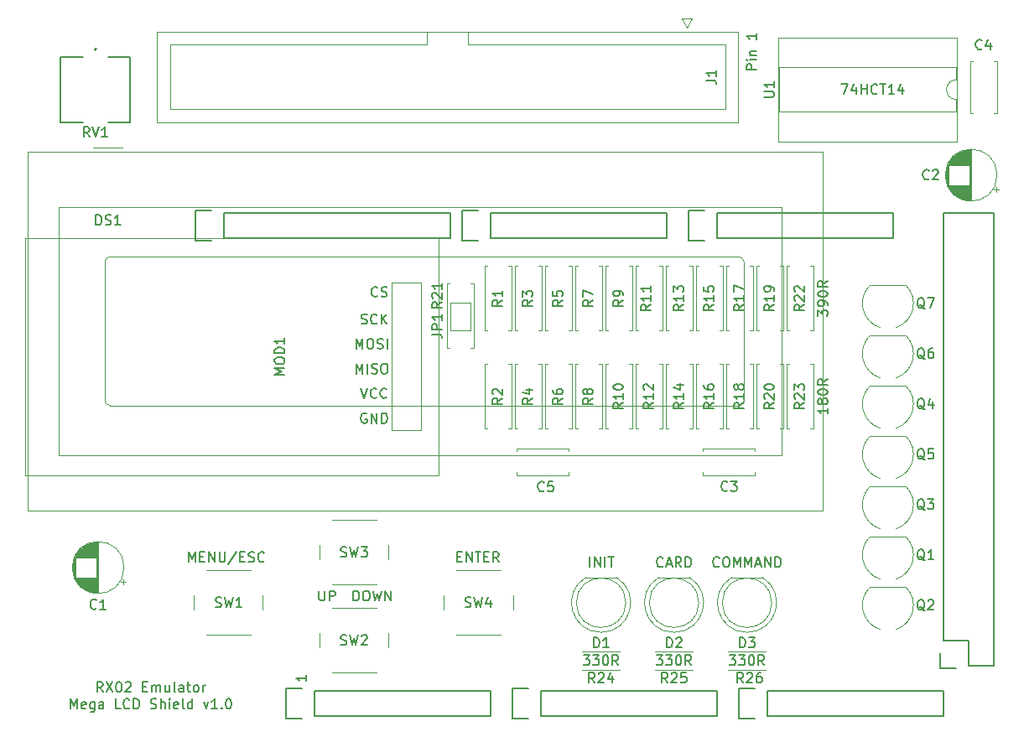
<source format=gbr>
%TF.GenerationSoftware,KiCad,Pcbnew,(5.1.9)-1*%
%TF.CreationDate,2022-05-22T22:27:41-05:00*%
%TF.ProjectId,rx02-emulator-mega-shield,72783032-2d65-46d7-956c-61746f722d6d,rev?*%
%TF.SameCoordinates,Original*%
%TF.FileFunction,Legend,Top*%
%TF.FilePolarity,Positive*%
%FSLAX46Y46*%
G04 Gerber Fmt 4.6, Leading zero omitted, Abs format (unit mm)*
G04 Created by KiCad (PCBNEW (5.1.9)-1) date 2022-05-22 22:27:41*
%MOMM*%
%LPD*%
G01*
G04 APERTURE LIST*
%ADD10C,0.150000*%
%ADD11C,0.200000*%
%ADD12C,0.120000*%
%ADD13C,0.127000*%
G04 APERTURE END LIST*
D10*
X177236380Y-55149523D02*
X176236380Y-55149523D01*
X176236380Y-54768571D01*
X176284000Y-54673333D01*
X176331619Y-54625714D01*
X176426857Y-54578095D01*
X176569714Y-54578095D01*
X176664952Y-54625714D01*
X176712571Y-54673333D01*
X176760190Y-54768571D01*
X176760190Y-55149523D01*
X177236380Y-54149523D02*
X176569714Y-54149523D01*
X176236380Y-54149523D02*
X176284000Y-54197142D01*
X176331619Y-54149523D01*
X176284000Y-54101904D01*
X176236380Y-54149523D01*
X176331619Y-54149523D01*
X176569714Y-53673333D02*
X177236380Y-53673333D01*
X176664952Y-53673333D02*
X176617333Y-53625714D01*
X176569714Y-53530476D01*
X176569714Y-53387619D01*
X176617333Y-53292380D01*
X176712571Y-53244761D01*
X177236380Y-53244761D01*
X177236380Y-51482857D02*
X177236380Y-52054285D01*
X177236380Y-51768571D02*
X176236380Y-51768571D01*
X176379238Y-51863809D01*
X176474476Y-51959047D01*
X176522095Y-52054285D01*
D11*
X111244666Y-117966380D02*
X110911333Y-117490190D01*
X110673238Y-117966380D02*
X110673238Y-116966380D01*
X111054190Y-116966380D01*
X111149428Y-117014000D01*
X111197047Y-117061619D01*
X111244666Y-117156857D01*
X111244666Y-117299714D01*
X111197047Y-117394952D01*
X111149428Y-117442571D01*
X111054190Y-117490190D01*
X110673238Y-117490190D01*
X111578000Y-116966380D02*
X112244666Y-117966380D01*
X112244666Y-116966380D02*
X111578000Y-117966380D01*
X112816095Y-116966380D02*
X112911333Y-116966380D01*
X113006571Y-117014000D01*
X113054190Y-117061619D01*
X113101809Y-117156857D01*
X113149428Y-117347333D01*
X113149428Y-117585428D01*
X113101809Y-117775904D01*
X113054190Y-117871142D01*
X113006571Y-117918761D01*
X112911333Y-117966380D01*
X112816095Y-117966380D01*
X112720857Y-117918761D01*
X112673238Y-117871142D01*
X112625619Y-117775904D01*
X112578000Y-117585428D01*
X112578000Y-117347333D01*
X112625619Y-117156857D01*
X112673238Y-117061619D01*
X112720857Y-117014000D01*
X112816095Y-116966380D01*
X113530380Y-117061619D02*
X113578000Y-117014000D01*
X113673238Y-116966380D01*
X113911333Y-116966380D01*
X114006571Y-117014000D01*
X114054190Y-117061619D01*
X114101809Y-117156857D01*
X114101809Y-117252095D01*
X114054190Y-117394952D01*
X113482761Y-117966380D01*
X114101809Y-117966380D01*
X115292285Y-117442571D02*
X115625619Y-117442571D01*
X115768476Y-117966380D02*
X115292285Y-117966380D01*
X115292285Y-116966380D01*
X115768476Y-116966380D01*
X116197047Y-117966380D02*
X116197047Y-117299714D01*
X116197047Y-117394952D02*
X116244666Y-117347333D01*
X116339904Y-117299714D01*
X116482761Y-117299714D01*
X116578000Y-117347333D01*
X116625619Y-117442571D01*
X116625619Y-117966380D01*
X116625619Y-117442571D02*
X116673238Y-117347333D01*
X116768476Y-117299714D01*
X116911333Y-117299714D01*
X117006571Y-117347333D01*
X117054190Y-117442571D01*
X117054190Y-117966380D01*
X117958952Y-117299714D02*
X117958952Y-117966380D01*
X117530380Y-117299714D02*
X117530380Y-117823523D01*
X117578000Y-117918761D01*
X117673238Y-117966380D01*
X117816095Y-117966380D01*
X117911333Y-117918761D01*
X117958952Y-117871142D01*
X118578000Y-117966380D02*
X118482761Y-117918761D01*
X118435142Y-117823523D01*
X118435142Y-116966380D01*
X119387523Y-117966380D02*
X119387523Y-117442571D01*
X119339904Y-117347333D01*
X119244666Y-117299714D01*
X119054190Y-117299714D01*
X118958952Y-117347333D01*
X119387523Y-117918761D02*
X119292285Y-117966380D01*
X119054190Y-117966380D01*
X118958952Y-117918761D01*
X118911333Y-117823523D01*
X118911333Y-117728285D01*
X118958952Y-117633047D01*
X119054190Y-117585428D01*
X119292285Y-117585428D01*
X119387523Y-117537809D01*
X119720857Y-117299714D02*
X120101809Y-117299714D01*
X119863714Y-116966380D02*
X119863714Y-117823523D01*
X119911333Y-117918761D01*
X120006571Y-117966380D01*
X120101809Y-117966380D01*
X120577999Y-117966380D02*
X120482761Y-117918761D01*
X120435142Y-117871142D01*
X120387523Y-117775904D01*
X120387523Y-117490190D01*
X120435142Y-117394952D01*
X120482761Y-117347333D01*
X120577999Y-117299714D01*
X120720857Y-117299714D01*
X120816095Y-117347333D01*
X120863714Y-117394952D01*
X120911333Y-117490190D01*
X120911333Y-117775904D01*
X120863714Y-117871142D01*
X120816095Y-117918761D01*
X120720857Y-117966380D01*
X120577999Y-117966380D01*
X121339904Y-117966380D02*
X121339904Y-117299714D01*
X121339904Y-117490190D02*
X121387523Y-117394952D01*
X121435142Y-117347333D01*
X121530380Y-117299714D01*
X121625619Y-117299714D01*
X107982761Y-119666380D02*
X107982761Y-118666380D01*
X108316095Y-119380666D01*
X108649428Y-118666380D01*
X108649428Y-119666380D01*
X109506571Y-119618761D02*
X109411333Y-119666380D01*
X109220857Y-119666380D01*
X109125619Y-119618761D01*
X109078000Y-119523523D01*
X109078000Y-119142571D01*
X109125619Y-119047333D01*
X109220857Y-118999714D01*
X109411333Y-118999714D01*
X109506571Y-119047333D01*
X109554190Y-119142571D01*
X109554190Y-119237809D01*
X109078000Y-119333047D01*
X110411333Y-118999714D02*
X110411333Y-119809238D01*
X110363714Y-119904476D01*
X110316095Y-119952095D01*
X110220857Y-119999714D01*
X110078000Y-119999714D01*
X109982761Y-119952095D01*
X110411333Y-119618761D02*
X110316095Y-119666380D01*
X110125619Y-119666380D01*
X110030380Y-119618761D01*
X109982761Y-119571142D01*
X109935142Y-119475904D01*
X109935142Y-119190190D01*
X109982761Y-119094952D01*
X110030380Y-119047333D01*
X110125619Y-118999714D01*
X110316095Y-118999714D01*
X110411333Y-119047333D01*
X111316095Y-119666380D02*
X111316095Y-119142571D01*
X111268476Y-119047333D01*
X111173238Y-118999714D01*
X110982761Y-118999714D01*
X110887523Y-119047333D01*
X111316095Y-119618761D02*
X111220857Y-119666380D01*
X110982761Y-119666380D01*
X110887523Y-119618761D01*
X110839904Y-119523523D01*
X110839904Y-119428285D01*
X110887523Y-119333047D01*
X110982761Y-119285428D01*
X111220857Y-119285428D01*
X111316095Y-119237809D01*
X113030380Y-119666380D02*
X112554190Y-119666380D01*
X112554190Y-118666380D01*
X113935142Y-119571142D02*
X113887523Y-119618761D01*
X113744666Y-119666380D01*
X113649428Y-119666380D01*
X113506571Y-119618761D01*
X113411333Y-119523523D01*
X113363714Y-119428285D01*
X113316095Y-119237809D01*
X113316095Y-119094952D01*
X113363714Y-118904476D01*
X113411333Y-118809238D01*
X113506571Y-118714000D01*
X113649428Y-118666380D01*
X113744666Y-118666380D01*
X113887523Y-118714000D01*
X113935142Y-118761619D01*
X114363714Y-119666380D02*
X114363714Y-118666380D01*
X114601809Y-118666380D01*
X114744666Y-118714000D01*
X114839904Y-118809238D01*
X114887523Y-118904476D01*
X114935142Y-119094952D01*
X114935142Y-119237809D01*
X114887523Y-119428285D01*
X114839904Y-119523523D01*
X114744666Y-119618761D01*
X114601809Y-119666380D01*
X114363714Y-119666380D01*
X116078000Y-119618761D02*
X116220857Y-119666380D01*
X116458952Y-119666380D01*
X116554190Y-119618761D01*
X116601809Y-119571142D01*
X116649428Y-119475904D01*
X116649428Y-119380666D01*
X116601809Y-119285428D01*
X116554190Y-119237809D01*
X116458952Y-119190190D01*
X116268476Y-119142571D01*
X116173238Y-119094952D01*
X116125619Y-119047333D01*
X116078000Y-118952095D01*
X116078000Y-118856857D01*
X116125619Y-118761619D01*
X116173238Y-118714000D01*
X116268476Y-118666380D01*
X116506571Y-118666380D01*
X116649428Y-118714000D01*
X117078000Y-119666380D02*
X117078000Y-118666380D01*
X117506571Y-119666380D02*
X117506571Y-119142571D01*
X117458952Y-119047333D01*
X117363714Y-118999714D01*
X117220857Y-118999714D01*
X117125619Y-119047333D01*
X117078000Y-119094952D01*
X117982761Y-119666380D02*
X117982761Y-118999714D01*
X117982761Y-118666380D02*
X117935142Y-118714000D01*
X117982761Y-118761619D01*
X118030380Y-118714000D01*
X117982761Y-118666380D01*
X117982761Y-118761619D01*
X118839904Y-119618761D02*
X118744666Y-119666380D01*
X118554190Y-119666380D01*
X118458952Y-119618761D01*
X118411333Y-119523523D01*
X118411333Y-119142571D01*
X118458952Y-119047333D01*
X118554190Y-118999714D01*
X118744666Y-118999714D01*
X118839904Y-119047333D01*
X118887523Y-119142571D01*
X118887523Y-119237809D01*
X118411333Y-119333047D01*
X119458952Y-119666380D02*
X119363714Y-119618761D01*
X119316095Y-119523523D01*
X119316095Y-118666380D01*
X120268476Y-119666380D02*
X120268476Y-118666380D01*
X120268476Y-119618761D02*
X120173238Y-119666380D01*
X119982761Y-119666380D01*
X119887523Y-119618761D01*
X119839904Y-119571142D01*
X119792285Y-119475904D01*
X119792285Y-119190190D01*
X119839904Y-119094952D01*
X119887523Y-119047333D01*
X119982761Y-118999714D01*
X120173238Y-118999714D01*
X120268476Y-119047333D01*
X121411333Y-118999714D02*
X121649428Y-119666380D01*
X121887523Y-118999714D01*
X122792285Y-119666380D02*
X122220857Y-119666380D01*
X122506571Y-119666380D02*
X122506571Y-118666380D01*
X122411333Y-118809238D01*
X122316095Y-118904476D01*
X122220857Y-118952095D01*
X123220857Y-119571142D02*
X123268476Y-119618761D01*
X123220857Y-119666380D01*
X123173238Y-119618761D01*
X123220857Y-119571142D01*
X123220857Y-119666380D01*
X123887523Y-118666380D02*
X123982761Y-118666380D01*
X124078000Y-118714000D01*
X124125619Y-118761619D01*
X124173238Y-118856857D01*
X124220857Y-119047333D01*
X124220857Y-119285428D01*
X124173238Y-119475904D01*
X124125619Y-119571142D01*
X124078000Y-119618761D01*
X123982761Y-119666380D01*
X123887523Y-119666380D01*
X123792285Y-119618761D01*
X123744666Y-119571142D01*
X123697047Y-119475904D01*
X123649428Y-119285428D01*
X123649428Y-119047333D01*
X123697047Y-118856857D01*
X123744666Y-118761619D01*
X123792285Y-118714000D01*
X123887523Y-118666380D01*
D10*
X131770380Y-116300285D02*
X131770380Y-116871714D01*
X131770380Y-116586000D02*
X130770380Y-116586000D01*
X130913238Y-116681238D01*
X131008476Y-116776476D01*
X131056095Y-116871714D01*
D12*
%TO.C,MOD1*%
X103385200Y-96120800D02*
X145135200Y-96120800D01*
X103385200Y-72120800D02*
X103385200Y-96120800D01*
X145135200Y-72120800D02*
X103385200Y-72120800D01*
X145135200Y-96120800D02*
X145135200Y-72120800D01*
X143381200Y-91570800D02*
X140381200Y-91570800D01*
X143381200Y-76670800D02*
X143381200Y-91570800D01*
X140381200Y-76670800D02*
X143381200Y-76670800D01*
X140381200Y-91570800D02*
X140381200Y-76670800D01*
%TO.C,Q7*%
X192300000Y-76890000D02*
X188700000Y-76890000D01*
X188691555Y-76912316D02*
G75*
G03*
X189720000Y-81190000I1808445J-1827684D01*
G01*
X192311875Y-76898259D02*
G75*
G02*
X191320000Y-81190000I-1811875J-1841741D01*
G01*
%TO.C,Q6*%
X192300000Y-81970000D02*
X188700000Y-81970000D01*
X188691555Y-81992316D02*
G75*
G03*
X189720000Y-86270000I1808445J-1827684D01*
G01*
X192311875Y-81978259D02*
G75*
G02*
X191320000Y-86270000I-1811875J-1841741D01*
G01*
%TO.C,Q5*%
X192300000Y-92130000D02*
X188700000Y-92130000D01*
X188691555Y-92152316D02*
G75*
G03*
X189720000Y-96430000I1808445J-1827684D01*
G01*
X192311875Y-92138259D02*
G75*
G02*
X191320000Y-96430000I-1811875J-1841741D01*
G01*
%TO.C,Q4*%
X192300000Y-87050000D02*
X188700000Y-87050000D01*
X188691555Y-87072316D02*
G75*
G03*
X189720000Y-91350000I1808445J-1827684D01*
G01*
X192311875Y-87058259D02*
G75*
G02*
X191320000Y-91350000I-1811875J-1841741D01*
G01*
%TO.C,Q3*%
X192300000Y-97210000D02*
X188700000Y-97210000D01*
X188691555Y-97232316D02*
G75*
G03*
X189720000Y-101510000I1808445J-1827684D01*
G01*
X192311875Y-97218259D02*
G75*
G02*
X191320000Y-101510000I-1811875J-1841741D01*
G01*
%TO.C,Q2*%
X192300000Y-107370000D02*
X188700000Y-107370000D01*
X188691555Y-107392316D02*
G75*
G03*
X189720000Y-111670000I1808445J-1827684D01*
G01*
X192311875Y-107378259D02*
G75*
G02*
X191320000Y-111670000I-1811875J-1841741D01*
G01*
%TO.C,Q1*%
X192300000Y-102290000D02*
X188700000Y-102290000D01*
X188691555Y-102312316D02*
G75*
G03*
X189720000Y-106590000I1808445J-1827684D01*
G01*
X192311875Y-102298259D02*
G75*
G02*
X191320000Y-106590000I-1811875J-1841741D01*
G01*
%TO.C,DS1*%
X103620000Y-99680000D02*
X183900000Y-99680000D01*
X183900000Y-99680000D02*
X183900000Y-63400000D01*
X183900000Y-63400000D02*
X104420000Y-63400000D01*
X103620000Y-63400000D02*
X103620000Y-99680000D01*
X103630000Y-63400000D02*
X104420000Y-63400000D01*
X110260000Y-63040000D02*
X113260000Y-63040000D01*
X111960000Y-74040000D02*
X175460000Y-74040000D01*
X111460280Y-88539320D02*
X111460280Y-74540000D01*
X175460660Y-89040000D02*
X111960000Y-89040000D01*
X175960000Y-74540000D02*
X175960000Y-88540000D01*
X106760000Y-69040000D02*
X179760000Y-69040000D01*
X179760000Y-69040000D02*
X179760000Y-94040000D01*
X179760000Y-94040000D02*
X106760000Y-94040000D01*
X106760000Y-94040000D02*
X106760000Y-69040000D01*
X111960660Y-74038460D02*
G75*
G03*
X111460280Y-74538840I0J-500380D01*
G01*
X111460280Y-88539320D02*
G75*
G03*
X111960660Y-89039700I500380J0D01*
G01*
X175460660Y-89039700D02*
G75*
G03*
X175961040Y-88539320I0J500380D01*
G01*
X175960000Y-74540000D02*
G75*
G03*
X175460000Y-74040000I-500000J0D01*
G01*
%TO.C,R23*%
X180570000Y-91408000D02*
X180240000Y-91408000D01*
X180240000Y-91408000D02*
X180240000Y-84868000D01*
X180240000Y-84868000D02*
X180570000Y-84868000D01*
X182650000Y-91408000D02*
X182980000Y-91408000D01*
X182980000Y-91408000D02*
X182980000Y-84868000D01*
X182980000Y-84868000D02*
X182650000Y-84868000D01*
%TO.C,R20*%
X177522000Y-91408000D02*
X177192000Y-91408000D01*
X177192000Y-91408000D02*
X177192000Y-84868000D01*
X177192000Y-84868000D02*
X177522000Y-84868000D01*
X179602000Y-91408000D02*
X179932000Y-91408000D01*
X179932000Y-91408000D02*
X179932000Y-84868000D01*
X179932000Y-84868000D02*
X179602000Y-84868000D01*
%TO.C,R18*%
X174474000Y-91408000D02*
X174144000Y-91408000D01*
X174144000Y-91408000D02*
X174144000Y-84868000D01*
X174144000Y-84868000D02*
X174474000Y-84868000D01*
X176554000Y-91408000D02*
X176884000Y-91408000D01*
X176884000Y-91408000D02*
X176884000Y-84868000D01*
X176884000Y-84868000D02*
X176554000Y-84868000D01*
%TO.C,R16*%
X171426000Y-91408000D02*
X171096000Y-91408000D01*
X171096000Y-91408000D02*
X171096000Y-84868000D01*
X171096000Y-84868000D02*
X171426000Y-84868000D01*
X173506000Y-91408000D02*
X173836000Y-91408000D01*
X173836000Y-91408000D02*
X173836000Y-84868000D01*
X173836000Y-84868000D02*
X173506000Y-84868000D01*
%TO.C,R14*%
X168378000Y-91408000D02*
X168048000Y-91408000D01*
X168048000Y-91408000D02*
X168048000Y-84868000D01*
X168048000Y-84868000D02*
X168378000Y-84868000D01*
X170458000Y-91408000D02*
X170788000Y-91408000D01*
X170788000Y-91408000D02*
X170788000Y-84868000D01*
X170788000Y-84868000D02*
X170458000Y-84868000D01*
%TO.C,R12*%
X165330000Y-91408000D02*
X165000000Y-91408000D01*
X165000000Y-91408000D02*
X165000000Y-84868000D01*
X165000000Y-84868000D02*
X165330000Y-84868000D01*
X167410000Y-91408000D02*
X167740000Y-91408000D01*
X167740000Y-91408000D02*
X167740000Y-84868000D01*
X167740000Y-84868000D02*
X167410000Y-84868000D01*
%TO.C,R10*%
X162282000Y-91408000D02*
X161952000Y-91408000D01*
X161952000Y-91408000D02*
X161952000Y-84868000D01*
X161952000Y-84868000D02*
X162282000Y-84868000D01*
X164362000Y-91408000D02*
X164692000Y-91408000D01*
X164692000Y-91408000D02*
X164692000Y-84868000D01*
X164692000Y-84868000D02*
X164362000Y-84868000D01*
%TO.C,R8*%
X159234000Y-91408000D02*
X158904000Y-91408000D01*
X158904000Y-91408000D02*
X158904000Y-84868000D01*
X158904000Y-84868000D02*
X159234000Y-84868000D01*
X161314000Y-91408000D02*
X161644000Y-91408000D01*
X161644000Y-91408000D02*
X161644000Y-84868000D01*
X161644000Y-84868000D02*
X161314000Y-84868000D01*
%TO.C,R6*%
X156186000Y-91408000D02*
X155856000Y-91408000D01*
X155856000Y-91408000D02*
X155856000Y-84868000D01*
X155856000Y-84868000D02*
X156186000Y-84868000D01*
X158266000Y-91408000D02*
X158596000Y-91408000D01*
X158596000Y-91408000D02*
X158596000Y-84868000D01*
X158596000Y-84868000D02*
X158266000Y-84868000D01*
%TO.C,R4*%
X153138000Y-91408000D02*
X152808000Y-91408000D01*
X152808000Y-91408000D02*
X152808000Y-84868000D01*
X152808000Y-84868000D02*
X153138000Y-84868000D01*
X155218000Y-91408000D02*
X155548000Y-91408000D01*
X155548000Y-91408000D02*
X155548000Y-84868000D01*
X155548000Y-84868000D02*
X155218000Y-84868000D01*
%TO.C,R2*%
X150090000Y-91408000D02*
X149760000Y-91408000D01*
X149760000Y-91408000D02*
X149760000Y-84868000D01*
X149760000Y-84868000D02*
X150090000Y-84868000D01*
X152170000Y-91408000D02*
X152500000Y-91408000D01*
X152500000Y-91408000D02*
X152500000Y-84868000D01*
X152500000Y-84868000D02*
X152170000Y-84868000D01*
%TO.C,R22*%
X180570000Y-81502000D02*
X180240000Y-81502000D01*
X180240000Y-81502000D02*
X180240000Y-74962000D01*
X180240000Y-74962000D02*
X180570000Y-74962000D01*
X182650000Y-81502000D02*
X182980000Y-81502000D01*
X182980000Y-81502000D02*
X182980000Y-74962000D01*
X182980000Y-74962000D02*
X182650000Y-74962000D01*
%TO.C,R19*%
X177522000Y-81502000D02*
X177192000Y-81502000D01*
X177192000Y-81502000D02*
X177192000Y-74962000D01*
X177192000Y-74962000D02*
X177522000Y-74962000D01*
X179602000Y-81502000D02*
X179932000Y-81502000D01*
X179932000Y-81502000D02*
X179932000Y-74962000D01*
X179932000Y-74962000D02*
X179602000Y-74962000D01*
%TO.C,R17*%
X174474000Y-81502000D02*
X174144000Y-81502000D01*
X174144000Y-81502000D02*
X174144000Y-74962000D01*
X174144000Y-74962000D02*
X174474000Y-74962000D01*
X176554000Y-81502000D02*
X176884000Y-81502000D01*
X176884000Y-81502000D02*
X176884000Y-74962000D01*
X176884000Y-74962000D02*
X176554000Y-74962000D01*
%TO.C,R15*%
X171426000Y-81502000D02*
X171096000Y-81502000D01*
X171096000Y-81502000D02*
X171096000Y-74962000D01*
X171096000Y-74962000D02*
X171426000Y-74962000D01*
X173506000Y-81502000D02*
X173836000Y-81502000D01*
X173836000Y-81502000D02*
X173836000Y-74962000D01*
X173836000Y-74962000D02*
X173506000Y-74962000D01*
%TO.C,R13*%
X168378000Y-81502000D02*
X168048000Y-81502000D01*
X168048000Y-81502000D02*
X168048000Y-74962000D01*
X168048000Y-74962000D02*
X168378000Y-74962000D01*
X170458000Y-81502000D02*
X170788000Y-81502000D01*
X170788000Y-81502000D02*
X170788000Y-74962000D01*
X170788000Y-74962000D02*
X170458000Y-74962000D01*
%TO.C,R11*%
X165330000Y-81502000D02*
X165000000Y-81502000D01*
X165000000Y-81502000D02*
X165000000Y-74962000D01*
X165000000Y-74962000D02*
X165330000Y-74962000D01*
X167410000Y-81502000D02*
X167740000Y-81502000D01*
X167740000Y-81502000D02*
X167740000Y-74962000D01*
X167740000Y-74962000D02*
X167410000Y-74962000D01*
%TO.C,R9*%
X162282000Y-81502000D02*
X161952000Y-81502000D01*
X161952000Y-81502000D02*
X161952000Y-74962000D01*
X161952000Y-74962000D02*
X162282000Y-74962000D01*
X164362000Y-81502000D02*
X164692000Y-81502000D01*
X164692000Y-81502000D02*
X164692000Y-74962000D01*
X164692000Y-74962000D02*
X164362000Y-74962000D01*
%TO.C,R7*%
X159234000Y-81502000D02*
X158904000Y-81502000D01*
X158904000Y-81502000D02*
X158904000Y-74962000D01*
X158904000Y-74962000D02*
X159234000Y-74962000D01*
X161314000Y-81502000D02*
X161644000Y-81502000D01*
X161644000Y-81502000D02*
X161644000Y-74962000D01*
X161644000Y-74962000D02*
X161314000Y-74962000D01*
%TO.C,R5*%
X156186000Y-81502000D02*
X155856000Y-81502000D01*
X155856000Y-81502000D02*
X155856000Y-74962000D01*
X155856000Y-74962000D02*
X156186000Y-74962000D01*
X158266000Y-81502000D02*
X158596000Y-81502000D01*
X158596000Y-81502000D02*
X158596000Y-74962000D01*
X158596000Y-74962000D02*
X158266000Y-74962000D01*
%TO.C,R3*%
X153138000Y-81502000D02*
X152808000Y-81502000D01*
X152808000Y-81502000D02*
X152808000Y-74962000D01*
X152808000Y-74962000D02*
X153138000Y-74962000D01*
X155218000Y-81502000D02*
X155548000Y-81502000D01*
X155548000Y-81502000D02*
X155548000Y-74962000D01*
X155548000Y-74962000D02*
X155218000Y-74962000D01*
%TO.C,R1*%
X150090000Y-81502000D02*
X149760000Y-81502000D01*
X149760000Y-81502000D02*
X149760000Y-74962000D01*
X149760000Y-74962000D02*
X150090000Y-74962000D01*
X152170000Y-81502000D02*
X152500000Y-81502000D01*
X152500000Y-81502000D02*
X152500000Y-74962000D01*
X152500000Y-74962000D02*
X152170000Y-74962000D01*
%TO.C,R21*%
X148690000Y-76740000D02*
X148360000Y-76740000D01*
X148690000Y-83280000D02*
X148690000Y-76740000D01*
X148360000Y-83280000D02*
X148690000Y-83280000D01*
X145950000Y-76740000D02*
X146280000Y-76740000D01*
X145950000Y-83280000D02*
X145950000Y-76740000D01*
X146280000Y-83280000D02*
X145950000Y-83280000D01*
%TO.C,JP1*%
X148320000Y-78647000D02*
X148320000Y-81447000D01*
X148320000Y-81447000D02*
X146320000Y-81447000D01*
X146320000Y-81447000D02*
X146320000Y-78647000D01*
X146320000Y-78647000D02*
X148320000Y-78647000D01*
%TO.C,SW2*%
X140100000Y-113490000D02*
X140100000Y-111990000D01*
X138850000Y-109490000D02*
X134350000Y-109490000D01*
X133100000Y-111990000D02*
X133100000Y-113490000D01*
X134350000Y-115990000D02*
X138850000Y-115990000D01*
%TO.C,R25*%
X170830000Y-115728000D02*
X166990000Y-115728000D01*
X170830000Y-113888000D02*
X166990000Y-113888000D01*
%TO.C,U1*%
X197418000Y-56150000D02*
X197418000Y-54900000D01*
X197418000Y-54900000D02*
X179518000Y-54900000D01*
X179518000Y-54900000D02*
X179518000Y-59400000D01*
X179518000Y-59400000D02*
X197418000Y-59400000D01*
X197418000Y-59400000D02*
X197418000Y-58150000D01*
X197478000Y-51900000D02*
X179458000Y-51900000D01*
X179458000Y-51900000D02*
X179458000Y-62400000D01*
X179458000Y-62400000D02*
X197478000Y-62400000D01*
X197478000Y-62400000D02*
X197478000Y-51900000D01*
X197418000Y-58150000D02*
G75*
G02*
X197418000Y-56150000I0J1000000D01*
G01*
%TO.C,SW4*%
X146900000Y-112180000D02*
X151400000Y-112180000D01*
X145650000Y-108180000D02*
X145650000Y-109680000D01*
X151400000Y-105680000D02*
X146900000Y-105680000D01*
X152650000Y-109680000D02*
X152650000Y-108180000D01*
%TO.C,SW3*%
X134350000Y-107100000D02*
X138850000Y-107100000D01*
X133100000Y-103100000D02*
X133100000Y-104600000D01*
X138850000Y-100600000D02*
X134350000Y-100600000D01*
X140100000Y-104600000D02*
X140100000Y-103100000D01*
%TO.C,SW1*%
X121650000Y-112180000D02*
X126150000Y-112180000D01*
X120400000Y-108180000D02*
X120400000Y-109680000D01*
X126150000Y-105680000D02*
X121650000Y-105680000D01*
X127400000Y-109680000D02*
X127400000Y-108180000D01*
D13*
%TO.C,RV1*%
X106970000Y-53850000D02*
X109255000Y-53850000D01*
X111795000Y-53850000D02*
X113960000Y-53850000D01*
X113960000Y-53850000D02*
X113960000Y-60450000D01*
X113960000Y-60450000D02*
X111795000Y-60450000D01*
X109255000Y-60450000D02*
X106970000Y-60450000D01*
X106960000Y-60450000D02*
X106960000Y-53850000D01*
D11*
X110590000Y-53086000D02*
G75*
G03*
X110590000Y-53086000I-100000J0D01*
G01*
D12*
%TO.C,R26*%
X178196000Y-115728000D02*
X174356000Y-115728000D01*
X178196000Y-113888000D02*
X174356000Y-113888000D01*
%TO.C,R24*%
X159624000Y-113888000D02*
X163464000Y-113888000D01*
X159624000Y-115728000D02*
X163464000Y-115728000D01*
%TO.C,J1*%
X175390000Y-51320000D02*
X175390000Y-60440000D01*
X175390000Y-60440000D02*
X116710000Y-60440000D01*
X116710000Y-60440000D02*
X116710000Y-51320000D01*
X116710000Y-51320000D02*
X175390000Y-51320000D01*
X148100000Y-51320000D02*
X148100000Y-52630000D01*
X148100000Y-52630000D02*
X174090000Y-52630000D01*
X174090000Y-52630000D02*
X174090000Y-59130000D01*
X174090000Y-59130000D02*
X118010000Y-59130000D01*
X118010000Y-59130000D02*
X118010000Y-52630000D01*
X118010000Y-52630000D02*
X144000000Y-52630000D01*
X144000000Y-52630000D02*
X144000000Y-52630000D01*
X144000000Y-52630000D02*
X144000000Y-51320000D01*
X170180000Y-50930000D02*
X170680000Y-49930000D01*
X170680000Y-49930000D02*
X169680000Y-49930000D01*
X169680000Y-49930000D02*
X170180000Y-50930000D01*
%TO.C,D3*%
X178776000Y-108966000D02*
G75*
G03*
X178776000Y-108966000I-2500000J0D01*
G01*
X177821000Y-106406000D02*
X174731000Y-106406000D01*
X176276462Y-111956000D02*
G75*
G02*
X174731170Y-106406000I-462J2990000D01*
G01*
X176275538Y-111956000D02*
G75*
G03*
X177820830Y-106406000I462J2990000D01*
G01*
%TO.C,D2*%
X171410000Y-108966000D02*
G75*
G03*
X171410000Y-108966000I-2500000J0D01*
G01*
X170455000Y-106406000D02*
X167365000Y-106406000D01*
X168910462Y-111956000D02*
G75*
G02*
X167365170Y-106406000I-462J2990000D01*
G01*
X168909538Y-111956000D02*
G75*
G03*
X170454830Y-106406000I462J2990000D01*
G01*
%TO.C,D1*%
X164044000Y-108966000D02*
G75*
G03*
X164044000Y-108966000I-2500000J0D01*
G01*
X163089000Y-106406000D02*
X159999000Y-106406000D01*
X161544462Y-111956000D02*
G75*
G02*
X159999170Y-106406000I-462J2990000D01*
G01*
X161543538Y-111956000D02*
G75*
G03*
X163088830Y-106406000I462J2990000D01*
G01*
%TO.C,C5*%
X153042000Y-93372000D02*
X158282000Y-93372000D01*
X153042000Y-96112000D02*
X158282000Y-96112000D01*
X153042000Y-93372000D02*
X153042000Y-93687000D01*
X153042000Y-95797000D02*
X153042000Y-96112000D01*
X158282000Y-93372000D02*
X158282000Y-93687000D01*
X158282000Y-95797000D02*
X158282000Y-96112000D01*
%TO.C,C4*%
X198782000Y-59556000D02*
X198782000Y-54316000D01*
X201522000Y-59556000D02*
X201522000Y-54316000D01*
X198782000Y-59556000D02*
X199097000Y-59556000D01*
X201207000Y-59556000D02*
X201522000Y-59556000D01*
X198782000Y-54316000D02*
X199097000Y-54316000D01*
X201207000Y-54316000D02*
X201522000Y-54316000D01*
%TO.C,C3*%
X177078000Y-96112000D02*
X171838000Y-96112000D01*
X177078000Y-93372000D02*
X171838000Y-93372000D01*
X177078000Y-96112000D02*
X177078000Y-95797000D01*
X177078000Y-93687000D02*
X177078000Y-93372000D01*
X171838000Y-96112000D02*
X171838000Y-95797000D01*
X171838000Y-93687000D02*
X171838000Y-93372000D01*
%TO.C,C2*%
X201522000Y-65786000D02*
G75*
G03*
X201522000Y-65786000I-2620000J0D01*
G01*
X198902000Y-68366000D02*
X198902000Y-63206000D01*
X198862000Y-68366000D02*
X198862000Y-63206000D01*
X198822000Y-68365000D02*
X198822000Y-63207000D01*
X198782000Y-68364000D02*
X198782000Y-63208000D01*
X198742000Y-68362000D02*
X198742000Y-63210000D01*
X198702000Y-68359000D02*
X198702000Y-63213000D01*
X198662000Y-68355000D02*
X198662000Y-66826000D01*
X198662000Y-64746000D02*
X198662000Y-63217000D01*
X198622000Y-68351000D02*
X198622000Y-66826000D01*
X198622000Y-64746000D02*
X198622000Y-63221000D01*
X198582000Y-68347000D02*
X198582000Y-66826000D01*
X198582000Y-64746000D02*
X198582000Y-63225000D01*
X198542000Y-68342000D02*
X198542000Y-66826000D01*
X198542000Y-64746000D02*
X198542000Y-63230000D01*
X198502000Y-68336000D02*
X198502000Y-66826000D01*
X198502000Y-64746000D02*
X198502000Y-63236000D01*
X198462000Y-68329000D02*
X198462000Y-66826000D01*
X198462000Y-64746000D02*
X198462000Y-63243000D01*
X198422000Y-68322000D02*
X198422000Y-66826000D01*
X198422000Y-64746000D02*
X198422000Y-63250000D01*
X198382000Y-68314000D02*
X198382000Y-66826000D01*
X198382000Y-64746000D02*
X198382000Y-63258000D01*
X198342000Y-68306000D02*
X198342000Y-66826000D01*
X198342000Y-64746000D02*
X198342000Y-63266000D01*
X198302000Y-68297000D02*
X198302000Y-66826000D01*
X198302000Y-64746000D02*
X198302000Y-63275000D01*
X198262000Y-68287000D02*
X198262000Y-66826000D01*
X198262000Y-64746000D02*
X198262000Y-63285000D01*
X198222000Y-68277000D02*
X198222000Y-66826000D01*
X198222000Y-64746000D02*
X198222000Y-63295000D01*
X198181000Y-68266000D02*
X198181000Y-66826000D01*
X198181000Y-64746000D02*
X198181000Y-63306000D01*
X198141000Y-68254000D02*
X198141000Y-66826000D01*
X198141000Y-64746000D02*
X198141000Y-63318000D01*
X198101000Y-68241000D02*
X198101000Y-66826000D01*
X198101000Y-64746000D02*
X198101000Y-63331000D01*
X198061000Y-68228000D02*
X198061000Y-66826000D01*
X198061000Y-64746000D02*
X198061000Y-63344000D01*
X198021000Y-68214000D02*
X198021000Y-66826000D01*
X198021000Y-64746000D02*
X198021000Y-63358000D01*
X197981000Y-68200000D02*
X197981000Y-66826000D01*
X197981000Y-64746000D02*
X197981000Y-63372000D01*
X197941000Y-68184000D02*
X197941000Y-66826000D01*
X197941000Y-64746000D02*
X197941000Y-63388000D01*
X197901000Y-68168000D02*
X197901000Y-66826000D01*
X197901000Y-64746000D02*
X197901000Y-63404000D01*
X197861000Y-68151000D02*
X197861000Y-66826000D01*
X197861000Y-64746000D02*
X197861000Y-63421000D01*
X197821000Y-68134000D02*
X197821000Y-66826000D01*
X197821000Y-64746000D02*
X197821000Y-63438000D01*
X197781000Y-68115000D02*
X197781000Y-66826000D01*
X197781000Y-64746000D02*
X197781000Y-63457000D01*
X197741000Y-68096000D02*
X197741000Y-66826000D01*
X197741000Y-64746000D02*
X197741000Y-63476000D01*
X197701000Y-68076000D02*
X197701000Y-66826000D01*
X197701000Y-64746000D02*
X197701000Y-63496000D01*
X197661000Y-68054000D02*
X197661000Y-66826000D01*
X197661000Y-64746000D02*
X197661000Y-63518000D01*
X197621000Y-68033000D02*
X197621000Y-66826000D01*
X197621000Y-64746000D02*
X197621000Y-63539000D01*
X197581000Y-68010000D02*
X197581000Y-66826000D01*
X197581000Y-64746000D02*
X197581000Y-63562000D01*
X197541000Y-67986000D02*
X197541000Y-66826000D01*
X197541000Y-64746000D02*
X197541000Y-63586000D01*
X197501000Y-67961000D02*
X197501000Y-66826000D01*
X197501000Y-64746000D02*
X197501000Y-63611000D01*
X197461000Y-67935000D02*
X197461000Y-66826000D01*
X197461000Y-64746000D02*
X197461000Y-63637000D01*
X197421000Y-67908000D02*
X197421000Y-66826000D01*
X197421000Y-64746000D02*
X197421000Y-63664000D01*
X197381000Y-67881000D02*
X197381000Y-66826000D01*
X197381000Y-64746000D02*
X197381000Y-63691000D01*
X197341000Y-67851000D02*
X197341000Y-66826000D01*
X197341000Y-64746000D02*
X197341000Y-63721000D01*
X197301000Y-67821000D02*
X197301000Y-66826000D01*
X197301000Y-64746000D02*
X197301000Y-63751000D01*
X197261000Y-67790000D02*
X197261000Y-66826000D01*
X197261000Y-64746000D02*
X197261000Y-63782000D01*
X197221000Y-67757000D02*
X197221000Y-66826000D01*
X197221000Y-64746000D02*
X197221000Y-63815000D01*
X197181000Y-67723000D02*
X197181000Y-66826000D01*
X197181000Y-64746000D02*
X197181000Y-63849000D01*
X197141000Y-67687000D02*
X197141000Y-66826000D01*
X197141000Y-64746000D02*
X197141000Y-63885000D01*
X197101000Y-67650000D02*
X197101000Y-66826000D01*
X197101000Y-64746000D02*
X197101000Y-63922000D01*
X197061000Y-67612000D02*
X197061000Y-66826000D01*
X197061000Y-64746000D02*
X197061000Y-63960000D01*
X197021000Y-67571000D02*
X197021000Y-66826000D01*
X197021000Y-64746000D02*
X197021000Y-64001000D01*
X196981000Y-67529000D02*
X196981000Y-66826000D01*
X196981000Y-64746000D02*
X196981000Y-64043000D01*
X196941000Y-67485000D02*
X196941000Y-66826000D01*
X196941000Y-64746000D02*
X196941000Y-64087000D01*
X196901000Y-67439000D02*
X196901000Y-66826000D01*
X196901000Y-64746000D02*
X196901000Y-64133000D01*
X196861000Y-67391000D02*
X196861000Y-66826000D01*
X196861000Y-64746000D02*
X196861000Y-64181000D01*
X196821000Y-67340000D02*
X196821000Y-66826000D01*
X196821000Y-64746000D02*
X196821000Y-64232000D01*
X196781000Y-67286000D02*
X196781000Y-66826000D01*
X196781000Y-64746000D02*
X196781000Y-64286000D01*
X196741000Y-67229000D02*
X196741000Y-66826000D01*
X196741000Y-64746000D02*
X196741000Y-64343000D01*
X196701000Y-67169000D02*
X196701000Y-66826000D01*
X196701000Y-64746000D02*
X196701000Y-64403000D01*
X196661000Y-67105000D02*
X196661000Y-66826000D01*
X196661000Y-64746000D02*
X196661000Y-64467000D01*
X196621000Y-67037000D02*
X196621000Y-66826000D01*
X196621000Y-64746000D02*
X196621000Y-64535000D01*
X196581000Y-66964000D02*
X196581000Y-64608000D01*
X196541000Y-66884000D02*
X196541000Y-64688000D01*
X196501000Y-66797000D02*
X196501000Y-64775000D01*
X196461000Y-66701000D02*
X196461000Y-64871000D01*
X196421000Y-66591000D02*
X196421000Y-64981000D01*
X196381000Y-66463000D02*
X196381000Y-65109000D01*
X196341000Y-66304000D02*
X196341000Y-65268000D01*
X196301000Y-66070000D02*
X196301000Y-65502000D01*
X201706775Y-67261000D02*
X201206775Y-67261000D01*
X201456775Y-67511000D02*
X201456775Y-67011000D01*
%TO.C,C1*%
X113384000Y-105410000D02*
G75*
G03*
X113384000Y-105410000I-2620000J0D01*
G01*
X110764000Y-107990000D02*
X110764000Y-102830000D01*
X110724000Y-107990000D02*
X110724000Y-102830000D01*
X110684000Y-107989000D02*
X110684000Y-102831000D01*
X110644000Y-107988000D02*
X110644000Y-102832000D01*
X110604000Y-107986000D02*
X110604000Y-102834000D01*
X110564000Y-107983000D02*
X110564000Y-102837000D01*
X110524000Y-107979000D02*
X110524000Y-106450000D01*
X110524000Y-104370000D02*
X110524000Y-102841000D01*
X110484000Y-107975000D02*
X110484000Y-106450000D01*
X110484000Y-104370000D02*
X110484000Y-102845000D01*
X110444000Y-107971000D02*
X110444000Y-106450000D01*
X110444000Y-104370000D02*
X110444000Y-102849000D01*
X110404000Y-107966000D02*
X110404000Y-106450000D01*
X110404000Y-104370000D02*
X110404000Y-102854000D01*
X110364000Y-107960000D02*
X110364000Y-106450000D01*
X110364000Y-104370000D02*
X110364000Y-102860000D01*
X110324000Y-107953000D02*
X110324000Y-106450000D01*
X110324000Y-104370000D02*
X110324000Y-102867000D01*
X110284000Y-107946000D02*
X110284000Y-106450000D01*
X110284000Y-104370000D02*
X110284000Y-102874000D01*
X110244000Y-107938000D02*
X110244000Y-106450000D01*
X110244000Y-104370000D02*
X110244000Y-102882000D01*
X110204000Y-107930000D02*
X110204000Y-106450000D01*
X110204000Y-104370000D02*
X110204000Y-102890000D01*
X110164000Y-107921000D02*
X110164000Y-106450000D01*
X110164000Y-104370000D02*
X110164000Y-102899000D01*
X110124000Y-107911000D02*
X110124000Y-106450000D01*
X110124000Y-104370000D02*
X110124000Y-102909000D01*
X110084000Y-107901000D02*
X110084000Y-106450000D01*
X110084000Y-104370000D02*
X110084000Y-102919000D01*
X110043000Y-107890000D02*
X110043000Y-106450000D01*
X110043000Y-104370000D02*
X110043000Y-102930000D01*
X110003000Y-107878000D02*
X110003000Y-106450000D01*
X110003000Y-104370000D02*
X110003000Y-102942000D01*
X109963000Y-107865000D02*
X109963000Y-106450000D01*
X109963000Y-104370000D02*
X109963000Y-102955000D01*
X109923000Y-107852000D02*
X109923000Y-106450000D01*
X109923000Y-104370000D02*
X109923000Y-102968000D01*
X109883000Y-107838000D02*
X109883000Y-106450000D01*
X109883000Y-104370000D02*
X109883000Y-102982000D01*
X109843000Y-107824000D02*
X109843000Y-106450000D01*
X109843000Y-104370000D02*
X109843000Y-102996000D01*
X109803000Y-107808000D02*
X109803000Y-106450000D01*
X109803000Y-104370000D02*
X109803000Y-103012000D01*
X109763000Y-107792000D02*
X109763000Y-106450000D01*
X109763000Y-104370000D02*
X109763000Y-103028000D01*
X109723000Y-107775000D02*
X109723000Y-106450000D01*
X109723000Y-104370000D02*
X109723000Y-103045000D01*
X109683000Y-107758000D02*
X109683000Y-106450000D01*
X109683000Y-104370000D02*
X109683000Y-103062000D01*
X109643000Y-107739000D02*
X109643000Y-106450000D01*
X109643000Y-104370000D02*
X109643000Y-103081000D01*
X109603000Y-107720000D02*
X109603000Y-106450000D01*
X109603000Y-104370000D02*
X109603000Y-103100000D01*
X109563000Y-107700000D02*
X109563000Y-106450000D01*
X109563000Y-104370000D02*
X109563000Y-103120000D01*
X109523000Y-107678000D02*
X109523000Y-106450000D01*
X109523000Y-104370000D02*
X109523000Y-103142000D01*
X109483000Y-107657000D02*
X109483000Y-106450000D01*
X109483000Y-104370000D02*
X109483000Y-103163000D01*
X109443000Y-107634000D02*
X109443000Y-106450000D01*
X109443000Y-104370000D02*
X109443000Y-103186000D01*
X109403000Y-107610000D02*
X109403000Y-106450000D01*
X109403000Y-104370000D02*
X109403000Y-103210000D01*
X109363000Y-107585000D02*
X109363000Y-106450000D01*
X109363000Y-104370000D02*
X109363000Y-103235000D01*
X109323000Y-107559000D02*
X109323000Y-106450000D01*
X109323000Y-104370000D02*
X109323000Y-103261000D01*
X109283000Y-107532000D02*
X109283000Y-106450000D01*
X109283000Y-104370000D02*
X109283000Y-103288000D01*
X109243000Y-107505000D02*
X109243000Y-106450000D01*
X109243000Y-104370000D02*
X109243000Y-103315000D01*
X109203000Y-107475000D02*
X109203000Y-106450000D01*
X109203000Y-104370000D02*
X109203000Y-103345000D01*
X109163000Y-107445000D02*
X109163000Y-106450000D01*
X109163000Y-104370000D02*
X109163000Y-103375000D01*
X109123000Y-107414000D02*
X109123000Y-106450000D01*
X109123000Y-104370000D02*
X109123000Y-103406000D01*
X109083000Y-107381000D02*
X109083000Y-106450000D01*
X109083000Y-104370000D02*
X109083000Y-103439000D01*
X109043000Y-107347000D02*
X109043000Y-106450000D01*
X109043000Y-104370000D02*
X109043000Y-103473000D01*
X109003000Y-107311000D02*
X109003000Y-106450000D01*
X109003000Y-104370000D02*
X109003000Y-103509000D01*
X108963000Y-107274000D02*
X108963000Y-106450000D01*
X108963000Y-104370000D02*
X108963000Y-103546000D01*
X108923000Y-107236000D02*
X108923000Y-106450000D01*
X108923000Y-104370000D02*
X108923000Y-103584000D01*
X108883000Y-107195000D02*
X108883000Y-106450000D01*
X108883000Y-104370000D02*
X108883000Y-103625000D01*
X108843000Y-107153000D02*
X108843000Y-106450000D01*
X108843000Y-104370000D02*
X108843000Y-103667000D01*
X108803000Y-107109000D02*
X108803000Y-106450000D01*
X108803000Y-104370000D02*
X108803000Y-103711000D01*
X108763000Y-107063000D02*
X108763000Y-106450000D01*
X108763000Y-104370000D02*
X108763000Y-103757000D01*
X108723000Y-107015000D02*
X108723000Y-106450000D01*
X108723000Y-104370000D02*
X108723000Y-103805000D01*
X108683000Y-106964000D02*
X108683000Y-106450000D01*
X108683000Y-104370000D02*
X108683000Y-103856000D01*
X108643000Y-106910000D02*
X108643000Y-106450000D01*
X108643000Y-104370000D02*
X108643000Y-103910000D01*
X108603000Y-106853000D02*
X108603000Y-106450000D01*
X108603000Y-104370000D02*
X108603000Y-103967000D01*
X108563000Y-106793000D02*
X108563000Y-106450000D01*
X108563000Y-104370000D02*
X108563000Y-104027000D01*
X108523000Y-106729000D02*
X108523000Y-106450000D01*
X108523000Y-104370000D02*
X108523000Y-104091000D01*
X108483000Y-106661000D02*
X108483000Y-106450000D01*
X108483000Y-104370000D02*
X108483000Y-104159000D01*
X108443000Y-106588000D02*
X108443000Y-104232000D01*
X108403000Y-106508000D02*
X108403000Y-104312000D01*
X108363000Y-106421000D02*
X108363000Y-104399000D01*
X108323000Y-106325000D02*
X108323000Y-104495000D01*
X108283000Y-106215000D02*
X108283000Y-104605000D01*
X108243000Y-106087000D02*
X108243000Y-104733000D01*
X108203000Y-105928000D02*
X108203000Y-104892000D01*
X108163000Y-105694000D02*
X108163000Y-105126000D01*
X113568775Y-106885000D02*
X113068775Y-106885000D01*
X113318775Y-107135000D02*
X113318775Y-106635000D01*
D10*
%TO.C,P1*%
X195808000Y-115596000D02*
X197358000Y-115596000D01*
X198628000Y-112776000D02*
X196088000Y-112776000D01*
X198628000Y-115316000D02*
X198628000Y-112776000D01*
X195808000Y-114046000D02*
X195808000Y-115596000D01*
X201168000Y-115316000D02*
X198628000Y-115316000D01*
X201168000Y-69596000D02*
X196088000Y-69596000D01*
X196088000Y-69596000D02*
X196088000Y-112776000D01*
X201168000Y-115316000D02*
X201168000Y-69596000D01*
%TO.C,P2*%
X129768000Y-117576000D02*
X129768000Y-120676000D01*
X131318000Y-117576000D02*
X129768000Y-117576000D01*
X132588000Y-120396000D02*
X132588000Y-117856000D01*
X129768000Y-120676000D02*
X131318000Y-120676000D01*
X150368000Y-117856000D02*
X132588000Y-117856000D01*
X150368000Y-120396000D02*
X150368000Y-117856000D01*
X132588000Y-120396000D02*
X150368000Y-120396000D01*
%TO.C,P3*%
X152628000Y-117576000D02*
X152628000Y-120676000D01*
X154178000Y-117576000D02*
X152628000Y-117576000D01*
X155448000Y-120396000D02*
X155448000Y-117856000D01*
X152628000Y-120676000D02*
X154178000Y-120676000D01*
X173228000Y-117856000D02*
X155448000Y-117856000D01*
X173228000Y-120396000D02*
X173228000Y-117856000D01*
X155448000Y-120396000D02*
X173228000Y-120396000D01*
%TO.C,P4*%
X175488000Y-117576000D02*
X175488000Y-120676000D01*
X177038000Y-117576000D02*
X175488000Y-117576000D01*
X178308000Y-120396000D02*
X178308000Y-117856000D01*
X175488000Y-120676000D02*
X177038000Y-120676000D01*
X196088000Y-117856000D02*
X178308000Y-117856000D01*
X196088000Y-120396000D02*
X196088000Y-117856000D01*
X178308000Y-120396000D02*
X196088000Y-120396000D01*
%TO.C,P5*%
X120624000Y-69316000D02*
X120624000Y-72416000D01*
X122174000Y-69316000D02*
X120624000Y-69316000D01*
X123444000Y-72136000D02*
X123444000Y-69596000D01*
X120624000Y-72416000D02*
X122174000Y-72416000D01*
X146304000Y-69596000D02*
X123444000Y-69596000D01*
X146304000Y-72136000D02*
X146304000Y-69596000D01*
X123444000Y-72136000D02*
X146304000Y-72136000D01*
%TO.C,P6*%
X147548000Y-69316000D02*
X147548000Y-72416000D01*
X149098000Y-69316000D02*
X147548000Y-69316000D01*
X150368000Y-72136000D02*
X150368000Y-69596000D01*
X147548000Y-72416000D02*
X149098000Y-72416000D01*
X168148000Y-69596000D02*
X150368000Y-69596000D01*
X168148000Y-72136000D02*
X168148000Y-69596000D01*
X150368000Y-72136000D02*
X168148000Y-72136000D01*
%TO.C,P7*%
X170408000Y-69316000D02*
X170408000Y-72416000D01*
X171958000Y-69316000D02*
X170408000Y-69316000D01*
X173228000Y-72136000D02*
X173228000Y-69596000D01*
X170408000Y-72416000D02*
X171958000Y-72416000D01*
X191008000Y-69596000D02*
X173228000Y-69596000D01*
X191008000Y-72136000D02*
X191008000Y-69596000D01*
X173228000Y-72136000D02*
X191008000Y-72136000D01*
%TO.C,MOD1*%
X129587580Y-85954133D02*
X128587580Y-85954133D01*
X129301866Y-85620800D01*
X128587580Y-85287466D01*
X129587580Y-85287466D01*
X128587580Y-84620800D02*
X128587580Y-84430323D01*
X128635200Y-84335085D01*
X128730438Y-84239847D01*
X128920914Y-84192228D01*
X129254247Y-84192228D01*
X129444723Y-84239847D01*
X129539961Y-84335085D01*
X129587580Y-84430323D01*
X129587580Y-84620800D01*
X129539961Y-84716038D01*
X129444723Y-84811276D01*
X129254247Y-84858895D01*
X128920914Y-84858895D01*
X128730438Y-84811276D01*
X128635200Y-84716038D01*
X128587580Y-84620800D01*
X129587580Y-83763657D02*
X128587580Y-83763657D01*
X128587580Y-83525561D01*
X128635200Y-83382704D01*
X128730438Y-83287466D01*
X128825676Y-83239847D01*
X129016152Y-83192228D01*
X129159009Y-83192228D01*
X129349485Y-83239847D01*
X129444723Y-83287466D01*
X129539961Y-83382704D01*
X129587580Y-83525561D01*
X129587580Y-83763657D01*
X129587580Y-82239847D02*
X129587580Y-82811276D01*
X129587580Y-82525561D02*
X128587580Y-82525561D01*
X128730438Y-82620800D01*
X128825676Y-82716038D01*
X128873295Y-82811276D01*
X138968533Y-77977942D02*
X138920914Y-78025561D01*
X138778057Y-78073180D01*
X138682819Y-78073180D01*
X138539961Y-78025561D01*
X138444723Y-77930323D01*
X138397104Y-77835085D01*
X138349485Y-77644609D01*
X138349485Y-77501752D01*
X138397104Y-77311276D01*
X138444723Y-77216038D01*
X138539961Y-77120800D01*
X138682819Y-77073180D01*
X138778057Y-77073180D01*
X138920914Y-77120800D01*
X138968533Y-77168419D01*
X139349485Y-78025561D02*
X139492342Y-78073180D01*
X139730438Y-78073180D01*
X139825676Y-78025561D01*
X139873295Y-77977942D01*
X139920914Y-77882704D01*
X139920914Y-77787466D01*
X139873295Y-77692228D01*
X139825676Y-77644609D01*
X139730438Y-77596990D01*
X139539961Y-77549371D01*
X139444723Y-77501752D01*
X139397104Y-77454133D01*
X139349485Y-77358895D01*
X139349485Y-77263657D01*
X139397104Y-77168419D01*
X139444723Y-77120800D01*
X139539961Y-77073180D01*
X139778057Y-77073180D01*
X139920914Y-77120800D01*
X137349485Y-80775561D02*
X137492342Y-80823180D01*
X137730438Y-80823180D01*
X137825676Y-80775561D01*
X137873295Y-80727942D01*
X137920914Y-80632704D01*
X137920914Y-80537466D01*
X137873295Y-80442228D01*
X137825676Y-80394609D01*
X137730438Y-80346990D01*
X137539961Y-80299371D01*
X137444723Y-80251752D01*
X137397104Y-80204133D01*
X137349485Y-80108895D01*
X137349485Y-80013657D01*
X137397104Y-79918419D01*
X137444723Y-79870800D01*
X137539961Y-79823180D01*
X137778057Y-79823180D01*
X137920914Y-79870800D01*
X138920914Y-80727942D02*
X138873295Y-80775561D01*
X138730438Y-80823180D01*
X138635200Y-80823180D01*
X138492342Y-80775561D01*
X138397104Y-80680323D01*
X138349485Y-80585085D01*
X138301866Y-80394609D01*
X138301866Y-80251752D01*
X138349485Y-80061276D01*
X138397104Y-79966038D01*
X138492342Y-79870800D01*
X138635200Y-79823180D01*
X138730438Y-79823180D01*
X138873295Y-79870800D01*
X138920914Y-79918419D01*
X139349485Y-80823180D02*
X139349485Y-79823180D01*
X139920914Y-80823180D02*
X139492342Y-80251752D01*
X139920914Y-79823180D02*
X139349485Y-80394609D01*
X136813771Y-83323180D02*
X136813771Y-82323180D01*
X137147104Y-83037466D01*
X137480438Y-82323180D01*
X137480438Y-83323180D01*
X138147104Y-82323180D02*
X138337580Y-82323180D01*
X138432819Y-82370800D01*
X138528057Y-82466038D01*
X138575676Y-82656514D01*
X138575676Y-82989847D01*
X138528057Y-83180323D01*
X138432819Y-83275561D01*
X138337580Y-83323180D01*
X138147104Y-83323180D01*
X138051866Y-83275561D01*
X137956628Y-83180323D01*
X137909009Y-82989847D01*
X137909009Y-82656514D01*
X137956628Y-82466038D01*
X138051866Y-82370800D01*
X138147104Y-82323180D01*
X138956628Y-83275561D02*
X139099485Y-83323180D01*
X139337580Y-83323180D01*
X139432819Y-83275561D01*
X139480438Y-83227942D01*
X139528057Y-83132704D01*
X139528057Y-83037466D01*
X139480438Y-82942228D01*
X139432819Y-82894609D01*
X139337580Y-82846990D01*
X139147104Y-82799371D01*
X139051866Y-82751752D01*
X139004247Y-82704133D01*
X138956628Y-82608895D01*
X138956628Y-82513657D01*
X139004247Y-82418419D01*
X139051866Y-82370800D01*
X139147104Y-82323180D01*
X139385200Y-82323180D01*
X139528057Y-82370800D01*
X139956628Y-83323180D02*
X139956628Y-82323180D01*
X136813771Y-85823180D02*
X136813771Y-84823180D01*
X137147104Y-85537466D01*
X137480438Y-84823180D01*
X137480438Y-85823180D01*
X137956628Y-85823180D02*
X137956628Y-84823180D01*
X138385200Y-85775561D02*
X138528057Y-85823180D01*
X138766152Y-85823180D01*
X138861390Y-85775561D01*
X138909009Y-85727942D01*
X138956628Y-85632704D01*
X138956628Y-85537466D01*
X138909009Y-85442228D01*
X138861390Y-85394609D01*
X138766152Y-85346990D01*
X138575676Y-85299371D01*
X138480438Y-85251752D01*
X138432819Y-85204133D01*
X138385200Y-85108895D01*
X138385200Y-85013657D01*
X138432819Y-84918419D01*
X138480438Y-84870800D01*
X138575676Y-84823180D01*
X138813771Y-84823180D01*
X138956628Y-84870800D01*
X139575676Y-84823180D02*
X139766152Y-84823180D01*
X139861390Y-84870800D01*
X139956628Y-84966038D01*
X140004247Y-85156514D01*
X140004247Y-85489847D01*
X139956628Y-85680323D01*
X139861390Y-85775561D01*
X139766152Y-85823180D01*
X139575676Y-85823180D01*
X139480438Y-85775561D01*
X139385200Y-85680323D01*
X139337580Y-85489847D01*
X139337580Y-85156514D01*
X139385200Y-84966038D01*
X139480438Y-84870800D01*
X139575676Y-84823180D01*
X137301866Y-87323180D02*
X137635200Y-88323180D01*
X137968533Y-87323180D01*
X138873295Y-88227942D02*
X138825676Y-88275561D01*
X138682819Y-88323180D01*
X138587580Y-88323180D01*
X138444723Y-88275561D01*
X138349485Y-88180323D01*
X138301866Y-88085085D01*
X138254247Y-87894609D01*
X138254247Y-87751752D01*
X138301866Y-87561276D01*
X138349485Y-87466038D01*
X138444723Y-87370800D01*
X138587580Y-87323180D01*
X138682819Y-87323180D01*
X138825676Y-87370800D01*
X138873295Y-87418419D01*
X139873295Y-88227942D02*
X139825676Y-88275561D01*
X139682819Y-88323180D01*
X139587580Y-88323180D01*
X139444723Y-88275561D01*
X139349485Y-88180323D01*
X139301866Y-88085085D01*
X139254247Y-87894609D01*
X139254247Y-87751752D01*
X139301866Y-87561276D01*
X139349485Y-87466038D01*
X139444723Y-87370800D01*
X139587580Y-87323180D01*
X139682819Y-87323180D01*
X139825676Y-87370800D01*
X139873295Y-87418419D01*
X137873295Y-89870800D02*
X137778057Y-89823180D01*
X137635200Y-89823180D01*
X137492342Y-89870800D01*
X137397104Y-89966038D01*
X137349485Y-90061276D01*
X137301866Y-90251752D01*
X137301866Y-90394609D01*
X137349485Y-90585085D01*
X137397104Y-90680323D01*
X137492342Y-90775561D01*
X137635200Y-90823180D01*
X137730438Y-90823180D01*
X137873295Y-90775561D01*
X137920914Y-90727942D01*
X137920914Y-90394609D01*
X137730438Y-90394609D01*
X138349485Y-90823180D02*
X138349485Y-89823180D01*
X138920914Y-90823180D01*
X138920914Y-89823180D01*
X139397104Y-90823180D02*
X139397104Y-89823180D01*
X139635200Y-89823180D01*
X139778057Y-89870800D01*
X139873295Y-89966038D01*
X139920914Y-90061276D01*
X139968533Y-90251752D01*
X139968533Y-90394609D01*
X139920914Y-90585085D01*
X139873295Y-90680323D01*
X139778057Y-90775561D01*
X139635200Y-90823180D01*
X139397104Y-90823180D01*
%TO.C,Q7*%
X194214761Y-79287619D02*
X194119523Y-79240000D01*
X194024285Y-79144761D01*
X193881428Y-79001904D01*
X193786190Y-78954285D01*
X193690952Y-78954285D01*
X193738571Y-79192380D02*
X193643333Y-79144761D01*
X193548095Y-79049523D01*
X193500476Y-78859047D01*
X193500476Y-78525714D01*
X193548095Y-78335238D01*
X193643333Y-78240000D01*
X193738571Y-78192380D01*
X193929047Y-78192380D01*
X194024285Y-78240000D01*
X194119523Y-78335238D01*
X194167142Y-78525714D01*
X194167142Y-78859047D01*
X194119523Y-79049523D01*
X194024285Y-79144761D01*
X193929047Y-79192380D01*
X193738571Y-79192380D01*
X194500476Y-78192380D02*
X195167142Y-78192380D01*
X194738571Y-79192380D01*
%TO.C,Q6*%
X194214761Y-84367619D02*
X194119523Y-84320000D01*
X194024285Y-84224761D01*
X193881428Y-84081904D01*
X193786190Y-84034285D01*
X193690952Y-84034285D01*
X193738571Y-84272380D02*
X193643333Y-84224761D01*
X193548095Y-84129523D01*
X193500476Y-83939047D01*
X193500476Y-83605714D01*
X193548095Y-83415238D01*
X193643333Y-83320000D01*
X193738571Y-83272380D01*
X193929047Y-83272380D01*
X194024285Y-83320000D01*
X194119523Y-83415238D01*
X194167142Y-83605714D01*
X194167142Y-83939047D01*
X194119523Y-84129523D01*
X194024285Y-84224761D01*
X193929047Y-84272380D01*
X193738571Y-84272380D01*
X195024285Y-83272380D02*
X194833809Y-83272380D01*
X194738571Y-83320000D01*
X194690952Y-83367619D01*
X194595714Y-83510476D01*
X194548095Y-83700952D01*
X194548095Y-84081904D01*
X194595714Y-84177142D01*
X194643333Y-84224761D01*
X194738571Y-84272380D01*
X194929047Y-84272380D01*
X195024285Y-84224761D01*
X195071904Y-84177142D01*
X195119523Y-84081904D01*
X195119523Y-83843809D01*
X195071904Y-83748571D01*
X195024285Y-83700952D01*
X194929047Y-83653333D01*
X194738571Y-83653333D01*
X194643333Y-83700952D01*
X194595714Y-83748571D01*
X194548095Y-83843809D01*
%TO.C,Q5*%
X194214761Y-94527619D02*
X194119523Y-94480000D01*
X194024285Y-94384761D01*
X193881428Y-94241904D01*
X193786190Y-94194285D01*
X193690952Y-94194285D01*
X193738571Y-94432380D02*
X193643333Y-94384761D01*
X193548095Y-94289523D01*
X193500476Y-94099047D01*
X193500476Y-93765714D01*
X193548095Y-93575238D01*
X193643333Y-93480000D01*
X193738571Y-93432380D01*
X193929047Y-93432380D01*
X194024285Y-93480000D01*
X194119523Y-93575238D01*
X194167142Y-93765714D01*
X194167142Y-94099047D01*
X194119523Y-94289523D01*
X194024285Y-94384761D01*
X193929047Y-94432380D01*
X193738571Y-94432380D01*
X195071904Y-93432380D02*
X194595714Y-93432380D01*
X194548095Y-93908571D01*
X194595714Y-93860952D01*
X194690952Y-93813333D01*
X194929047Y-93813333D01*
X195024285Y-93860952D01*
X195071904Y-93908571D01*
X195119523Y-94003809D01*
X195119523Y-94241904D01*
X195071904Y-94337142D01*
X195024285Y-94384761D01*
X194929047Y-94432380D01*
X194690952Y-94432380D01*
X194595714Y-94384761D01*
X194548095Y-94337142D01*
%TO.C,Q4*%
X194214761Y-89447619D02*
X194119523Y-89400000D01*
X194024285Y-89304761D01*
X193881428Y-89161904D01*
X193786190Y-89114285D01*
X193690952Y-89114285D01*
X193738571Y-89352380D02*
X193643333Y-89304761D01*
X193548095Y-89209523D01*
X193500476Y-89019047D01*
X193500476Y-88685714D01*
X193548095Y-88495238D01*
X193643333Y-88400000D01*
X193738571Y-88352380D01*
X193929047Y-88352380D01*
X194024285Y-88400000D01*
X194119523Y-88495238D01*
X194167142Y-88685714D01*
X194167142Y-89019047D01*
X194119523Y-89209523D01*
X194024285Y-89304761D01*
X193929047Y-89352380D01*
X193738571Y-89352380D01*
X195024285Y-88685714D02*
X195024285Y-89352380D01*
X194786190Y-88304761D02*
X194548095Y-89019047D01*
X195167142Y-89019047D01*
%TO.C,Q3*%
X194214761Y-99607619D02*
X194119523Y-99560000D01*
X194024285Y-99464761D01*
X193881428Y-99321904D01*
X193786190Y-99274285D01*
X193690952Y-99274285D01*
X193738571Y-99512380D02*
X193643333Y-99464761D01*
X193548095Y-99369523D01*
X193500476Y-99179047D01*
X193500476Y-98845714D01*
X193548095Y-98655238D01*
X193643333Y-98560000D01*
X193738571Y-98512380D01*
X193929047Y-98512380D01*
X194024285Y-98560000D01*
X194119523Y-98655238D01*
X194167142Y-98845714D01*
X194167142Y-99179047D01*
X194119523Y-99369523D01*
X194024285Y-99464761D01*
X193929047Y-99512380D01*
X193738571Y-99512380D01*
X194500476Y-98512380D02*
X195119523Y-98512380D01*
X194786190Y-98893333D01*
X194929047Y-98893333D01*
X195024285Y-98940952D01*
X195071904Y-98988571D01*
X195119523Y-99083809D01*
X195119523Y-99321904D01*
X195071904Y-99417142D01*
X195024285Y-99464761D01*
X194929047Y-99512380D01*
X194643333Y-99512380D01*
X194548095Y-99464761D01*
X194500476Y-99417142D01*
%TO.C,Q2*%
X194214761Y-109767619D02*
X194119523Y-109720000D01*
X194024285Y-109624761D01*
X193881428Y-109481904D01*
X193786190Y-109434285D01*
X193690952Y-109434285D01*
X193738571Y-109672380D02*
X193643333Y-109624761D01*
X193548095Y-109529523D01*
X193500476Y-109339047D01*
X193500476Y-109005714D01*
X193548095Y-108815238D01*
X193643333Y-108720000D01*
X193738571Y-108672380D01*
X193929047Y-108672380D01*
X194024285Y-108720000D01*
X194119523Y-108815238D01*
X194167142Y-109005714D01*
X194167142Y-109339047D01*
X194119523Y-109529523D01*
X194024285Y-109624761D01*
X193929047Y-109672380D01*
X193738571Y-109672380D01*
X194548095Y-108767619D02*
X194595714Y-108720000D01*
X194690952Y-108672380D01*
X194929047Y-108672380D01*
X195024285Y-108720000D01*
X195071904Y-108767619D01*
X195119523Y-108862857D01*
X195119523Y-108958095D01*
X195071904Y-109100952D01*
X194500476Y-109672380D01*
X195119523Y-109672380D01*
%TO.C,Q1*%
X194214761Y-104687619D02*
X194119523Y-104640000D01*
X194024285Y-104544761D01*
X193881428Y-104401904D01*
X193786190Y-104354285D01*
X193690952Y-104354285D01*
X193738571Y-104592380D02*
X193643333Y-104544761D01*
X193548095Y-104449523D01*
X193500476Y-104259047D01*
X193500476Y-103925714D01*
X193548095Y-103735238D01*
X193643333Y-103640000D01*
X193738571Y-103592380D01*
X193929047Y-103592380D01*
X194024285Y-103640000D01*
X194119523Y-103735238D01*
X194167142Y-103925714D01*
X194167142Y-104259047D01*
X194119523Y-104449523D01*
X194024285Y-104544761D01*
X193929047Y-104592380D01*
X193738571Y-104592380D01*
X195119523Y-104592380D02*
X194548095Y-104592380D01*
X194833809Y-104592380D02*
X194833809Y-103592380D01*
X194738571Y-103735238D01*
X194643333Y-103830476D01*
X194548095Y-103878095D01*
%TO.C,DS1*%
X110545714Y-70810380D02*
X110545714Y-69810380D01*
X110783809Y-69810380D01*
X110926666Y-69858000D01*
X111021904Y-69953238D01*
X111069523Y-70048476D01*
X111117142Y-70238952D01*
X111117142Y-70381809D01*
X111069523Y-70572285D01*
X111021904Y-70667523D01*
X110926666Y-70762761D01*
X110783809Y-70810380D01*
X110545714Y-70810380D01*
X111498095Y-70762761D02*
X111640952Y-70810380D01*
X111879047Y-70810380D01*
X111974285Y-70762761D01*
X112021904Y-70715142D01*
X112069523Y-70619904D01*
X112069523Y-70524666D01*
X112021904Y-70429428D01*
X111974285Y-70381809D01*
X111879047Y-70334190D01*
X111688571Y-70286571D01*
X111593333Y-70238952D01*
X111545714Y-70191333D01*
X111498095Y-70096095D01*
X111498095Y-70000857D01*
X111545714Y-69905619D01*
X111593333Y-69858000D01*
X111688571Y-69810380D01*
X111926666Y-69810380D01*
X112069523Y-69858000D01*
X113021904Y-70810380D02*
X112450476Y-70810380D01*
X112736190Y-70810380D02*
X112736190Y-69810380D01*
X112640952Y-69953238D01*
X112545714Y-70048476D01*
X112450476Y-70096095D01*
%TO.C,R23*%
X182062380Y-88780857D02*
X181586190Y-89114190D01*
X182062380Y-89352285D02*
X181062380Y-89352285D01*
X181062380Y-88971333D01*
X181110000Y-88876095D01*
X181157619Y-88828476D01*
X181252857Y-88780857D01*
X181395714Y-88780857D01*
X181490952Y-88828476D01*
X181538571Y-88876095D01*
X181586190Y-88971333D01*
X181586190Y-89352285D01*
X181157619Y-88399904D02*
X181110000Y-88352285D01*
X181062380Y-88257047D01*
X181062380Y-88018952D01*
X181110000Y-87923714D01*
X181157619Y-87876095D01*
X181252857Y-87828476D01*
X181348095Y-87828476D01*
X181490952Y-87876095D01*
X182062380Y-88447523D01*
X182062380Y-87828476D01*
X181062380Y-87495142D02*
X181062380Y-86876095D01*
X181443333Y-87209428D01*
X181443333Y-87066571D01*
X181490952Y-86971333D01*
X181538571Y-86923714D01*
X181633809Y-86876095D01*
X181871904Y-86876095D01*
X181967142Y-86923714D01*
X182014761Y-86971333D01*
X182062380Y-87066571D01*
X182062380Y-87352285D01*
X182014761Y-87447523D01*
X181967142Y-87495142D01*
X184432380Y-89304666D02*
X184432380Y-89876095D01*
X184432380Y-89590380D02*
X183432380Y-89590380D01*
X183575238Y-89685619D01*
X183670476Y-89780857D01*
X183718095Y-89876095D01*
X183860952Y-88733238D02*
X183813333Y-88828476D01*
X183765714Y-88876095D01*
X183670476Y-88923714D01*
X183622857Y-88923714D01*
X183527619Y-88876095D01*
X183480000Y-88828476D01*
X183432380Y-88733238D01*
X183432380Y-88542761D01*
X183480000Y-88447523D01*
X183527619Y-88399904D01*
X183622857Y-88352285D01*
X183670476Y-88352285D01*
X183765714Y-88399904D01*
X183813333Y-88447523D01*
X183860952Y-88542761D01*
X183860952Y-88733238D01*
X183908571Y-88828476D01*
X183956190Y-88876095D01*
X184051428Y-88923714D01*
X184241904Y-88923714D01*
X184337142Y-88876095D01*
X184384761Y-88828476D01*
X184432380Y-88733238D01*
X184432380Y-88542761D01*
X184384761Y-88447523D01*
X184337142Y-88399904D01*
X184241904Y-88352285D01*
X184051428Y-88352285D01*
X183956190Y-88399904D01*
X183908571Y-88447523D01*
X183860952Y-88542761D01*
X183432380Y-87733238D02*
X183432380Y-87638000D01*
X183480000Y-87542761D01*
X183527619Y-87495142D01*
X183622857Y-87447523D01*
X183813333Y-87399904D01*
X184051428Y-87399904D01*
X184241904Y-87447523D01*
X184337142Y-87495142D01*
X184384761Y-87542761D01*
X184432380Y-87638000D01*
X184432380Y-87733238D01*
X184384761Y-87828476D01*
X184337142Y-87876095D01*
X184241904Y-87923714D01*
X184051428Y-87971333D01*
X183813333Y-87971333D01*
X183622857Y-87923714D01*
X183527619Y-87876095D01*
X183480000Y-87828476D01*
X183432380Y-87733238D01*
X184432380Y-86399904D02*
X183956190Y-86733238D01*
X184432380Y-86971333D02*
X183432380Y-86971333D01*
X183432380Y-86590380D01*
X183480000Y-86495142D01*
X183527619Y-86447523D01*
X183622857Y-86399904D01*
X183765714Y-86399904D01*
X183860952Y-86447523D01*
X183908571Y-86495142D01*
X183956190Y-86590380D01*
X183956190Y-86971333D01*
%TO.C,R20*%
X179014380Y-88780857D02*
X178538190Y-89114190D01*
X179014380Y-89352285D02*
X178014380Y-89352285D01*
X178014380Y-88971333D01*
X178062000Y-88876095D01*
X178109619Y-88828476D01*
X178204857Y-88780857D01*
X178347714Y-88780857D01*
X178442952Y-88828476D01*
X178490571Y-88876095D01*
X178538190Y-88971333D01*
X178538190Y-89352285D01*
X178109619Y-88399904D02*
X178062000Y-88352285D01*
X178014380Y-88257047D01*
X178014380Y-88018952D01*
X178062000Y-87923714D01*
X178109619Y-87876095D01*
X178204857Y-87828476D01*
X178300095Y-87828476D01*
X178442952Y-87876095D01*
X179014380Y-88447523D01*
X179014380Y-87828476D01*
X178014380Y-87209428D02*
X178014380Y-87114190D01*
X178062000Y-87018952D01*
X178109619Y-86971333D01*
X178204857Y-86923714D01*
X178395333Y-86876095D01*
X178633428Y-86876095D01*
X178823904Y-86923714D01*
X178919142Y-86971333D01*
X178966761Y-87018952D01*
X179014380Y-87114190D01*
X179014380Y-87209428D01*
X178966761Y-87304666D01*
X178919142Y-87352285D01*
X178823904Y-87399904D01*
X178633428Y-87447523D01*
X178395333Y-87447523D01*
X178204857Y-87399904D01*
X178109619Y-87352285D01*
X178062000Y-87304666D01*
X178014380Y-87209428D01*
%TO.C,R18*%
X175966380Y-88780857D02*
X175490190Y-89114190D01*
X175966380Y-89352285D02*
X174966380Y-89352285D01*
X174966380Y-88971333D01*
X175014000Y-88876095D01*
X175061619Y-88828476D01*
X175156857Y-88780857D01*
X175299714Y-88780857D01*
X175394952Y-88828476D01*
X175442571Y-88876095D01*
X175490190Y-88971333D01*
X175490190Y-89352285D01*
X175966380Y-87828476D02*
X175966380Y-88399904D01*
X175966380Y-88114190D02*
X174966380Y-88114190D01*
X175109238Y-88209428D01*
X175204476Y-88304666D01*
X175252095Y-88399904D01*
X175394952Y-87257047D02*
X175347333Y-87352285D01*
X175299714Y-87399904D01*
X175204476Y-87447523D01*
X175156857Y-87447523D01*
X175061619Y-87399904D01*
X175014000Y-87352285D01*
X174966380Y-87257047D01*
X174966380Y-87066571D01*
X175014000Y-86971333D01*
X175061619Y-86923714D01*
X175156857Y-86876095D01*
X175204476Y-86876095D01*
X175299714Y-86923714D01*
X175347333Y-86971333D01*
X175394952Y-87066571D01*
X175394952Y-87257047D01*
X175442571Y-87352285D01*
X175490190Y-87399904D01*
X175585428Y-87447523D01*
X175775904Y-87447523D01*
X175871142Y-87399904D01*
X175918761Y-87352285D01*
X175966380Y-87257047D01*
X175966380Y-87066571D01*
X175918761Y-86971333D01*
X175871142Y-86923714D01*
X175775904Y-86876095D01*
X175585428Y-86876095D01*
X175490190Y-86923714D01*
X175442571Y-86971333D01*
X175394952Y-87066571D01*
%TO.C,R16*%
X172918380Y-88780857D02*
X172442190Y-89114190D01*
X172918380Y-89352285D02*
X171918380Y-89352285D01*
X171918380Y-88971333D01*
X171966000Y-88876095D01*
X172013619Y-88828476D01*
X172108857Y-88780857D01*
X172251714Y-88780857D01*
X172346952Y-88828476D01*
X172394571Y-88876095D01*
X172442190Y-88971333D01*
X172442190Y-89352285D01*
X172918380Y-87828476D02*
X172918380Y-88399904D01*
X172918380Y-88114190D02*
X171918380Y-88114190D01*
X172061238Y-88209428D01*
X172156476Y-88304666D01*
X172204095Y-88399904D01*
X171918380Y-86971333D02*
X171918380Y-87161809D01*
X171966000Y-87257047D01*
X172013619Y-87304666D01*
X172156476Y-87399904D01*
X172346952Y-87447523D01*
X172727904Y-87447523D01*
X172823142Y-87399904D01*
X172870761Y-87352285D01*
X172918380Y-87257047D01*
X172918380Y-87066571D01*
X172870761Y-86971333D01*
X172823142Y-86923714D01*
X172727904Y-86876095D01*
X172489809Y-86876095D01*
X172394571Y-86923714D01*
X172346952Y-86971333D01*
X172299333Y-87066571D01*
X172299333Y-87257047D01*
X172346952Y-87352285D01*
X172394571Y-87399904D01*
X172489809Y-87447523D01*
%TO.C,R14*%
X169870380Y-88780857D02*
X169394190Y-89114190D01*
X169870380Y-89352285D02*
X168870380Y-89352285D01*
X168870380Y-88971333D01*
X168918000Y-88876095D01*
X168965619Y-88828476D01*
X169060857Y-88780857D01*
X169203714Y-88780857D01*
X169298952Y-88828476D01*
X169346571Y-88876095D01*
X169394190Y-88971333D01*
X169394190Y-89352285D01*
X169870380Y-87828476D02*
X169870380Y-88399904D01*
X169870380Y-88114190D02*
X168870380Y-88114190D01*
X169013238Y-88209428D01*
X169108476Y-88304666D01*
X169156095Y-88399904D01*
X169203714Y-86971333D02*
X169870380Y-86971333D01*
X168822761Y-87209428D02*
X169537047Y-87447523D01*
X169537047Y-86828476D01*
%TO.C,R12*%
X166822380Y-88780857D02*
X166346190Y-89114190D01*
X166822380Y-89352285D02*
X165822380Y-89352285D01*
X165822380Y-88971333D01*
X165870000Y-88876095D01*
X165917619Y-88828476D01*
X166012857Y-88780857D01*
X166155714Y-88780857D01*
X166250952Y-88828476D01*
X166298571Y-88876095D01*
X166346190Y-88971333D01*
X166346190Y-89352285D01*
X166822380Y-87828476D02*
X166822380Y-88399904D01*
X166822380Y-88114190D02*
X165822380Y-88114190D01*
X165965238Y-88209428D01*
X166060476Y-88304666D01*
X166108095Y-88399904D01*
X165917619Y-87447523D02*
X165870000Y-87399904D01*
X165822380Y-87304666D01*
X165822380Y-87066571D01*
X165870000Y-86971333D01*
X165917619Y-86923714D01*
X166012857Y-86876095D01*
X166108095Y-86876095D01*
X166250952Y-86923714D01*
X166822380Y-87495142D01*
X166822380Y-86876095D01*
%TO.C,R10*%
X163774380Y-88780857D02*
X163298190Y-89114190D01*
X163774380Y-89352285D02*
X162774380Y-89352285D01*
X162774380Y-88971333D01*
X162822000Y-88876095D01*
X162869619Y-88828476D01*
X162964857Y-88780857D01*
X163107714Y-88780857D01*
X163202952Y-88828476D01*
X163250571Y-88876095D01*
X163298190Y-88971333D01*
X163298190Y-89352285D01*
X163774380Y-87828476D02*
X163774380Y-88399904D01*
X163774380Y-88114190D02*
X162774380Y-88114190D01*
X162917238Y-88209428D01*
X163012476Y-88304666D01*
X163060095Y-88399904D01*
X162774380Y-87209428D02*
X162774380Y-87114190D01*
X162822000Y-87018952D01*
X162869619Y-86971333D01*
X162964857Y-86923714D01*
X163155333Y-86876095D01*
X163393428Y-86876095D01*
X163583904Y-86923714D01*
X163679142Y-86971333D01*
X163726761Y-87018952D01*
X163774380Y-87114190D01*
X163774380Y-87209428D01*
X163726761Y-87304666D01*
X163679142Y-87352285D01*
X163583904Y-87399904D01*
X163393428Y-87447523D01*
X163155333Y-87447523D01*
X162964857Y-87399904D01*
X162869619Y-87352285D01*
X162822000Y-87304666D01*
X162774380Y-87209428D01*
%TO.C,R8*%
X160726380Y-88304666D02*
X160250190Y-88638000D01*
X160726380Y-88876095D02*
X159726380Y-88876095D01*
X159726380Y-88495142D01*
X159774000Y-88399904D01*
X159821619Y-88352285D01*
X159916857Y-88304666D01*
X160059714Y-88304666D01*
X160154952Y-88352285D01*
X160202571Y-88399904D01*
X160250190Y-88495142D01*
X160250190Y-88876095D01*
X160154952Y-87733238D02*
X160107333Y-87828476D01*
X160059714Y-87876095D01*
X159964476Y-87923714D01*
X159916857Y-87923714D01*
X159821619Y-87876095D01*
X159774000Y-87828476D01*
X159726380Y-87733238D01*
X159726380Y-87542761D01*
X159774000Y-87447523D01*
X159821619Y-87399904D01*
X159916857Y-87352285D01*
X159964476Y-87352285D01*
X160059714Y-87399904D01*
X160107333Y-87447523D01*
X160154952Y-87542761D01*
X160154952Y-87733238D01*
X160202571Y-87828476D01*
X160250190Y-87876095D01*
X160345428Y-87923714D01*
X160535904Y-87923714D01*
X160631142Y-87876095D01*
X160678761Y-87828476D01*
X160726380Y-87733238D01*
X160726380Y-87542761D01*
X160678761Y-87447523D01*
X160631142Y-87399904D01*
X160535904Y-87352285D01*
X160345428Y-87352285D01*
X160250190Y-87399904D01*
X160202571Y-87447523D01*
X160154952Y-87542761D01*
%TO.C,R6*%
X157678380Y-88304666D02*
X157202190Y-88638000D01*
X157678380Y-88876095D02*
X156678380Y-88876095D01*
X156678380Y-88495142D01*
X156726000Y-88399904D01*
X156773619Y-88352285D01*
X156868857Y-88304666D01*
X157011714Y-88304666D01*
X157106952Y-88352285D01*
X157154571Y-88399904D01*
X157202190Y-88495142D01*
X157202190Y-88876095D01*
X156678380Y-87447523D02*
X156678380Y-87638000D01*
X156726000Y-87733238D01*
X156773619Y-87780857D01*
X156916476Y-87876095D01*
X157106952Y-87923714D01*
X157487904Y-87923714D01*
X157583142Y-87876095D01*
X157630761Y-87828476D01*
X157678380Y-87733238D01*
X157678380Y-87542761D01*
X157630761Y-87447523D01*
X157583142Y-87399904D01*
X157487904Y-87352285D01*
X157249809Y-87352285D01*
X157154571Y-87399904D01*
X157106952Y-87447523D01*
X157059333Y-87542761D01*
X157059333Y-87733238D01*
X157106952Y-87828476D01*
X157154571Y-87876095D01*
X157249809Y-87923714D01*
%TO.C,R4*%
X154630380Y-88304666D02*
X154154190Y-88638000D01*
X154630380Y-88876095D02*
X153630380Y-88876095D01*
X153630380Y-88495142D01*
X153678000Y-88399904D01*
X153725619Y-88352285D01*
X153820857Y-88304666D01*
X153963714Y-88304666D01*
X154058952Y-88352285D01*
X154106571Y-88399904D01*
X154154190Y-88495142D01*
X154154190Y-88876095D01*
X153963714Y-87447523D02*
X154630380Y-87447523D01*
X153582761Y-87685619D02*
X154297047Y-87923714D01*
X154297047Y-87304666D01*
%TO.C,R2*%
X151582380Y-88304666D02*
X151106190Y-88638000D01*
X151582380Y-88876095D02*
X150582380Y-88876095D01*
X150582380Y-88495142D01*
X150630000Y-88399904D01*
X150677619Y-88352285D01*
X150772857Y-88304666D01*
X150915714Y-88304666D01*
X151010952Y-88352285D01*
X151058571Y-88399904D01*
X151106190Y-88495142D01*
X151106190Y-88876095D01*
X150677619Y-87923714D02*
X150630000Y-87876095D01*
X150582380Y-87780857D01*
X150582380Y-87542761D01*
X150630000Y-87447523D01*
X150677619Y-87399904D01*
X150772857Y-87352285D01*
X150868095Y-87352285D01*
X151010952Y-87399904D01*
X151582380Y-87971333D01*
X151582380Y-87352285D01*
%TO.C,R22*%
X182062380Y-78874857D02*
X181586190Y-79208190D01*
X182062380Y-79446285D02*
X181062380Y-79446285D01*
X181062380Y-79065333D01*
X181110000Y-78970095D01*
X181157619Y-78922476D01*
X181252857Y-78874857D01*
X181395714Y-78874857D01*
X181490952Y-78922476D01*
X181538571Y-78970095D01*
X181586190Y-79065333D01*
X181586190Y-79446285D01*
X181157619Y-78493904D02*
X181110000Y-78446285D01*
X181062380Y-78351047D01*
X181062380Y-78112952D01*
X181110000Y-78017714D01*
X181157619Y-77970095D01*
X181252857Y-77922476D01*
X181348095Y-77922476D01*
X181490952Y-77970095D01*
X182062380Y-78541523D01*
X182062380Y-77922476D01*
X181157619Y-77541523D02*
X181110000Y-77493904D01*
X181062380Y-77398666D01*
X181062380Y-77160571D01*
X181110000Y-77065333D01*
X181157619Y-77017714D01*
X181252857Y-76970095D01*
X181348095Y-76970095D01*
X181490952Y-77017714D01*
X182062380Y-77589142D01*
X182062380Y-76970095D01*
X183432380Y-80017714D02*
X183432380Y-79398666D01*
X183813333Y-79732000D01*
X183813333Y-79589142D01*
X183860952Y-79493904D01*
X183908571Y-79446285D01*
X184003809Y-79398666D01*
X184241904Y-79398666D01*
X184337142Y-79446285D01*
X184384761Y-79493904D01*
X184432380Y-79589142D01*
X184432380Y-79874857D01*
X184384761Y-79970095D01*
X184337142Y-80017714D01*
X184432380Y-78922476D02*
X184432380Y-78732000D01*
X184384761Y-78636761D01*
X184337142Y-78589142D01*
X184194285Y-78493904D01*
X184003809Y-78446285D01*
X183622857Y-78446285D01*
X183527619Y-78493904D01*
X183480000Y-78541523D01*
X183432380Y-78636761D01*
X183432380Y-78827238D01*
X183480000Y-78922476D01*
X183527619Y-78970095D01*
X183622857Y-79017714D01*
X183860952Y-79017714D01*
X183956190Y-78970095D01*
X184003809Y-78922476D01*
X184051428Y-78827238D01*
X184051428Y-78636761D01*
X184003809Y-78541523D01*
X183956190Y-78493904D01*
X183860952Y-78446285D01*
X183432380Y-77827238D02*
X183432380Y-77732000D01*
X183480000Y-77636761D01*
X183527619Y-77589142D01*
X183622857Y-77541523D01*
X183813333Y-77493904D01*
X184051428Y-77493904D01*
X184241904Y-77541523D01*
X184337142Y-77589142D01*
X184384761Y-77636761D01*
X184432380Y-77732000D01*
X184432380Y-77827238D01*
X184384761Y-77922476D01*
X184337142Y-77970095D01*
X184241904Y-78017714D01*
X184051428Y-78065333D01*
X183813333Y-78065333D01*
X183622857Y-78017714D01*
X183527619Y-77970095D01*
X183480000Y-77922476D01*
X183432380Y-77827238D01*
X184432380Y-76493904D02*
X183956190Y-76827238D01*
X184432380Y-77065333D02*
X183432380Y-77065333D01*
X183432380Y-76684380D01*
X183480000Y-76589142D01*
X183527619Y-76541523D01*
X183622857Y-76493904D01*
X183765714Y-76493904D01*
X183860952Y-76541523D01*
X183908571Y-76589142D01*
X183956190Y-76684380D01*
X183956190Y-77065333D01*
%TO.C,R19*%
X179014380Y-78874857D02*
X178538190Y-79208190D01*
X179014380Y-79446285D02*
X178014380Y-79446285D01*
X178014380Y-79065333D01*
X178062000Y-78970095D01*
X178109619Y-78922476D01*
X178204857Y-78874857D01*
X178347714Y-78874857D01*
X178442952Y-78922476D01*
X178490571Y-78970095D01*
X178538190Y-79065333D01*
X178538190Y-79446285D01*
X179014380Y-77922476D02*
X179014380Y-78493904D01*
X179014380Y-78208190D02*
X178014380Y-78208190D01*
X178157238Y-78303428D01*
X178252476Y-78398666D01*
X178300095Y-78493904D01*
X179014380Y-77446285D02*
X179014380Y-77255809D01*
X178966761Y-77160571D01*
X178919142Y-77112952D01*
X178776285Y-77017714D01*
X178585809Y-76970095D01*
X178204857Y-76970095D01*
X178109619Y-77017714D01*
X178062000Y-77065333D01*
X178014380Y-77160571D01*
X178014380Y-77351047D01*
X178062000Y-77446285D01*
X178109619Y-77493904D01*
X178204857Y-77541523D01*
X178442952Y-77541523D01*
X178538190Y-77493904D01*
X178585809Y-77446285D01*
X178633428Y-77351047D01*
X178633428Y-77160571D01*
X178585809Y-77065333D01*
X178538190Y-77017714D01*
X178442952Y-76970095D01*
%TO.C,R17*%
X175966380Y-78874857D02*
X175490190Y-79208190D01*
X175966380Y-79446285D02*
X174966380Y-79446285D01*
X174966380Y-79065333D01*
X175014000Y-78970095D01*
X175061619Y-78922476D01*
X175156857Y-78874857D01*
X175299714Y-78874857D01*
X175394952Y-78922476D01*
X175442571Y-78970095D01*
X175490190Y-79065333D01*
X175490190Y-79446285D01*
X175966380Y-77922476D02*
X175966380Y-78493904D01*
X175966380Y-78208190D02*
X174966380Y-78208190D01*
X175109238Y-78303428D01*
X175204476Y-78398666D01*
X175252095Y-78493904D01*
X174966380Y-77589142D02*
X174966380Y-76922476D01*
X175966380Y-77351047D01*
%TO.C,R15*%
X172918380Y-78874857D02*
X172442190Y-79208190D01*
X172918380Y-79446285D02*
X171918380Y-79446285D01*
X171918380Y-79065333D01*
X171966000Y-78970095D01*
X172013619Y-78922476D01*
X172108857Y-78874857D01*
X172251714Y-78874857D01*
X172346952Y-78922476D01*
X172394571Y-78970095D01*
X172442190Y-79065333D01*
X172442190Y-79446285D01*
X172918380Y-77922476D02*
X172918380Y-78493904D01*
X172918380Y-78208190D02*
X171918380Y-78208190D01*
X172061238Y-78303428D01*
X172156476Y-78398666D01*
X172204095Y-78493904D01*
X171918380Y-77017714D02*
X171918380Y-77493904D01*
X172394571Y-77541523D01*
X172346952Y-77493904D01*
X172299333Y-77398666D01*
X172299333Y-77160571D01*
X172346952Y-77065333D01*
X172394571Y-77017714D01*
X172489809Y-76970095D01*
X172727904Y-76970095D01*
X172823142Y-77017714D01*
X172870761Y-77065333D01*
X172918380Y-77160571D01*
X172918380Y-77398666D01*
X172870761Y-77493904D01*
X172823142Y-77541523D01*
%TO.C,R13*%
X169870380Y-78874857D02*
X169394190Y-79208190D01*
X169870380Y-79446285D02*
X168870380Y-79446285D01*
X168870380Y-79065333D01*
X168918000Y-78970095D01*
X168965619Y-78922476D01*
X169060857Y-78874857D01*
X169203714Y-78874857D01*
X169298952Y-78922476D01*
X169346571Y-78970095D01*
X169394190Y-79065333D01*
X169394190Y-79446285D01*
X169870380Y-77922476D02*
X169870380Y-78493904D01*
X169870380Y-78208190D02*
X168870380Y-78208190D01*
X169013238Y-78303428D01*
X169108476Y-78398666D01*
X169156095Y-78493904D01*
X168870380Y-77589142D02*
X168870380Y-76970095D01*
X169251333Y-77303428D01*
X169251333Y-77160571D01*
X169298952Y-77065333D01*
X169346571Y-77017714D01*
X169441809Y-76970095D01*
X169679904Y-76970095D01*
X169775142Y-77017714D01*
X169822761Y-77065333D01*
X169870380Y-77160571D01*
X169870380Y-77446285D01*
X169822761Y-77541523D01*
X169775142Y-77589142D01*
%TO.C,R11*%
X166568380Y-78874857D02*
X166092190Y-79208190D01*
X166568380Y-79446285D02*
X165568380Y-79446285D01*
X165568380Y-79065333D01*
X165616000Y-78970095D01*
X165663619Y-78922476D01*
X165758857Y-78874857D01*
X165901714Y-78874857D01*
X165996952Y-78922476D01*
X166044571Y-78970095D01*
X166092190Y-79065333D01*
X166092190Y-79446285D01*
X166568380Y-77922476D02*
X166568380Y-78493904D01*
X166568380Y-78208190D02*
X165568380Y-78208190D01*
X165711238Y-78303428D01*
X165806476Y-78398666D01*
X165854095Y-78493904D01*
X166568380Y-76970095D02*
X166568380Y-77541523D01*
X166568380Y-77255809D02*
X165568380Y-77255809D01*
X165711238Y-77351047D01*
X165806476Y-77446285D01*
X165854095Y-77541523D01*
%TO.C,R9*%
X163774380Y-78398666D02*
X163298190Y-78732000D01*
X163774380Y-78970095D02*
X162774380Y-78970095D01*
X162774380Y-78589142D01*
X162822000Y-78493904D01*
X162869619Y-78446285D01*
X162964857Y-78398666D01*
X163107714Y-78398666D01*
X163202952Y-78446285D01*
X163250571Y-78493904D01*
X163298190Y-78589142D01*
X163298190Y-78970095D01*
X163774380Y-77922476D02*
X163774380Y-77732000D01*
X163726761Y-77636761D01*
X163679142Y-77589142D01*
X163536285Y-77493904D01*
X163345809Y-77446285D01*
X162964857Y-77446285D01*
X162869619Y-77493904D01*
X162822000Y-77541523D01*
X162774380Y-77636761D01*
X162774380Y-77827238D01*
X162822000Y-77922476D01*
X162869619Y-77970095D01*
X162964857Y-78017714D01*
X163202952Y-78017714D01*
X163298190Y-77970095D01*
X163345809Y-77922476D01*
X163393428Y-77827238D01*
X163393428Y-77636761D01*
X163345809Y-77541523D01*
X163298190Y-77493904D01*
X163202952Y-77446285D01*
%TO.C,R7*%
X160726380Y-78398666D02*
X160250190Y-78732000D01*
X160726380Y-78970095D02*
X159726380Y-78970095D01*
X159726380Y-78589142D01*
X159774000Y-78493904D01*
X159821619Y-78446285D01*
X159916857Y-78398666D01*
X160059714Y-78398666D01*
X160154952Y-78446285D01*
X160202571Y-78493904D01*
X160250190Y-78589142D01*
X160250190Y-78970095D01*
X159726380Y-78065333D02*
X159726380Y-77398666D01*
X160726380Y-77827238D01*
%TO.C,R5*%
X157678380Y-78398666D02*
X157202190Y-78732000D01*
X157678380Y-78970095D02*
X156678380Y-78970095D01*
X156678380Y-78589142D01*
X156726000Y-78493904D01*
X156773619Y-78446285D01*
X156868857Y-78398666D01*
X157011714Y-78398666D01*
X157106952Y-78446285D01*
X157154571Y-78493904D01*
X157202190Y-78589142D01*
X157202190Y-78970095D01*
X156678380Y-77493904D02*
X156678380Y-77970095D01*
X157154571Y-78017714D01*
X157106952Y-77970095D01*
X157059333Y-77874857D01*
X157059333Y-77636761D01*
X157106952Y-77541523D01*
X157154571Y-77493904D01*
X157249809Y-77446285D01*
X157487904Y-77446285D01*
X157583142Y-77493904D01*
X157630761Y-77541523D01*
X157678380Y-77636761D01*
X157678380Y-77874857D01*
X157630761Y-77970095D01*
X157583142Y-78017714D01*
%TO.C,R3*%
X154630380Y-78398666D02*
X154154190Y-78732000D01*
X154630380Y-78970095D02*
X153630380Y-78970095D01*
X153630380Y-78589142D01*
X153678000Y-78493904D01*
X153725619Y-78446285D01*
X153820857Y-78398666D01*
X153963714Y-78398666D01*
X154058952Y-78446285D01*
X154106571Y-78493904D01*
X154154190Y-78589142D01*
X154154190Y-78970095D01*
X153630380Y-78065333D02*
X153630380Y-77446285D01*
X154011333Y-77779619D01*
X154011333Y-77636761D01*
X154058952Y-77541523D01*
X154106571Y-77493904D01*
X154201809Y-77446285D01*
X154439904Y-77446285D01*
X154535142Y-77493904D01*
X154582761Y-77541523D01*
X154630380Y-77636761D01*
X154630380Y-77922476D01*
X154582761Y-78017714D01*
X154535142Y-78065333D01*
%TO.C,R1*%
X151582380Y-78398666D02*
X151106190Y-78732000D01*
X151582380Y-78970095D02*
X150582380Y-78970095D01*
X150582380Y-78589142D01*
X150630000Y-78493904D01*
X150677619Y-78446285D01*
X150772857Y-78398666D01*
X150915714Y-78398666D01*
X151010952Y-78446285D01*
X151058571Y-78493904D01*
X151106190Y-78589142D01*
X151106190Y-78970095D01*
X151582380Y-77446285D02*
X151582380Y-78017714D01*
X151582380Y-77732000D02*
X150582380Y-77732000D01*
X150725238Y-77827238D01*
X150820476Y-77922476D01*
X150868095Y-78017714D01*
%TO.C,R21*%
X145486380Y-78620857D02*
X145010190Y-78954190D01*
X145486380Y-79192285D02*
X144486380Y-79192285D01*
X144486380Y-78811333D01*
X144534000Y-78716095D01*
X144581619Y-78668476D01*
X144676857Y-78620857D01*
X144819714Y-78620857D01*
X144914952Y-78668476D01*
X144962571Y-78716095D01*
X145010190Y-78811333D01*
X145010190Y-79192285D01*
X144581619Y-78239904D02*
X144534000Y-78192285D01*
X144486380Y-78097047D01*
X144486380Y-77858952D01*
X144534000Y-77763714D01*
X144581619Y-77716095D01*
X144676857Y-77668476D01*
X144772095Y-77668476D01*
X144914952Y-77716095D01*
X145486380Y-78287523D01*
X145486380Y-77668476D01*
X145486380Y-76716095D02*
X145486380Y-77287523D01*
X145486380Y-77001809D02*
X144486380Y-77001809D01*
X144629238Y-77097047D01*
X144724476Y-77192285D01*
X144772095Y-77287523D01*
%TO.C,JP1*%
X144486380Y-81859333D02*
X145200666Y-81859333D01*
X145343523Y-81906952D01*
X145438761Y-82002190D01*
X145486380Y-82145047D01*
X145486380Y-82240285D01*
X145486380Y-81383142D02*
X144486380Y-81383142D01*
X144486380Y-81002190D01*
X144534000Y-80906952D01*
X144581619Y-80859333D01*
X144676857Y-80811714D01*
X144819714Y-80811714D01*
X144914952Y-80859333D01*
X144962571Y-80906952D01*
X145010190Y-81002190D01*
X145010190Y-81383142D01*
X145486380Y-79859333D02*
X145486380Y-80430761D01*
X145486380Y-80145047D02*
X144486380Y-80145047D01*
X144629238Y-80240285D01*
X144724476Y-80335523D01*
X144772095Y-80430761D01*
%TO.C,SW2*%
X135266666Y-113180761D02*
X135409523Y-113228380D01*
X135647619Y-113228380D01*
X135742857Y-113180761D01*
X135790476Y-113133142D01*
X135838095Y-113037904D01*
X135838095Y-112942666D01*
X135790476Y-112847428D01*
X135742857Y-112799809D01*
X135647619Y-112752190D01*
X135457142Y-112704571D01*
X135361904Y-112656952D01*
X135314285Y-112609333D01*
X135266666Y-112514095D01*
X135266666Y-112418857D01*
X135314285Y-112323619D01*
X135361904Y-112276000D01*
X135457142Y-112228380D01*
X135695238Y-112228380D01*
X135838095Y-112276000D01*
X136171428Y-112228380D02*
X136409523Y-113228380D01*
X136600000Y-112514095D01*
X136790476Y-113228380D01*
X137028571Y-112228380D01*
X137361904Y-112323619D02*
X137409523Y-112276000D01*
X137504761Y-112228380D01*
X137742857Y-112228380D01*
X137838095Y-112276000D01*
X137885714Y-112323619D01*
X137933333Y-112418857D01*
X137933333Y-112514095D01*
X137885714Y-112656952D01*
X137314285Y-113228380D01*
X137933333Y-113228380D01*
D11*
X136549047Y-108757980D02*
X136549047Y-107757980D01*
X136787142Y-107757980D01*
X136930000Y-107805600D01*
X137025238Y-107900838D01*
X137072857Y-107996076D01*
X137120476Y-108186552D01*
X137120476Y-108329409D01*
X137072857Y-108519885D01*
X137025238Y-108615123D01*
X136930000Y-108710361D01*
X136787142Y-108757980D01*
X136549047Y-108757980D01*
X137739523Y-107757980D02*
X137930000Y-107757980D01*
X138025238Y-107805600D01*
X138120476Y-107900838D01*
X138168095Y-108091314D01*
X138168095Y-108424647D01*
X138120476Y-108615123D01*
X138025238Y-108710361D01*
X137930000Y-108757980D01*
X137739523Y-108757980D01*
X137644285Y-108710361D01*
X137549047Y-108615123D01*
X137501428Y-108424647D01*
X137501428Y-108091314D01*
X137549047Y-107900838D01*
X137644285Y-107805600D01*
X137739523Y-107757980D01*
X138501428Y-107757980D02*
X138739523Y-108757980D01*
X138930000Y-108043695D01*
X139120476Y-108757980D01*
X139358571Y-107757980D01*
X139739523Y-108757980D02*
X139739523Y-107757980D01*
X140310952Y-108757980D01*
X140310952Y-107757980D01*
%TO.C,R25*%
D10*
X168267142Y-117038380D02*
X167933809Y-116562190D01*
X167695714Y-117038380D02*
X167695714Y-116038380D01*
X168076666Y-116038380D01*
X168171904Y-116086000D01*
X168219523Y-116133619D01*
X168267142Y-116228857D01*
X168267142Y-116371714D01*
X168219523Y-116466952D01*
X168171904Y-116514571D01*
X168076666Y-116562190D01*
X167695714Y-116562190D01*
X168648095Y-116133619D02*
X168695714Y-116086000D01*
X168790952Y-116038380D01*
X169029047Y-116038380D01*
X169124285Y-116086000D01*
X169171904Y-116133619D01*
X169219523Y-116228857D01*
X169219523Y-116324095D01*
X169171904Y-116466952D01*
X168600476Y-117038380D01*
X169219523Y-117038380D01*
X170124285Y-116038380D02*
X169648095Y-116038380D01*
X169600476Y-116514571D01*
X169648095Y-116466952D01*
X169743333Y-116419333D01*
X169981428Y-116419333D01*
X170076666Y-116466952D01*
X170124285Y-116514571D01*
X170171904Y-116609809D01*
X170171904Y-116847904D01*
X170124285Y-116943142D01*
X170076666Y-116990761D01*
X169981428Y-117038380D01*
X169743333Y-117038380D01*
X169648095Y-116990761D01*
X169600476Y-116943142D01*
X167124285Y-114260380D02*
X167743333Y-114260380D01*
X167410000Y-114641333D01*
X167552857Y-114641333D01*
X167648095Y-114688952D01*
X167695714Y-114736571D01*
X167743333Y-114831809D01*
X167743333Y-115069904D01*
X167695714Y-115165142D01*
X167648095Y-115212761D01*
X167552857Y-115260380D01*
X167267142Y-115260380D01*
X167171904Y-115212761D01*
X167124285Y-115165142D01*
X168076666Y-114260380D02*
X168695714Y-114260380D01*
X168362380Y-114641333D01*
X168505238Y-114641333D01*
X168600476Y-114688952D01*
X168648095Y-114736571D01*
X168695714Y-114831809D01*
X168695714Y-115069904D01*
X168648095Y-115165142D01*
X168600476Y-115212761D01*
X168505238Y-115260380D01*
X168219523Y-115260380D01*
X168124285Y-115212761D01*
X168076666Y-115165142D01*
X169314761Y-114260380D02*
X169410000Y-114260380D01*
X169505238Y-114308000D01*
X169552857Y-114355619D01*
X169600476Y-114450857D01*
X169648095Y-114641333D01*
X169648095Y-114879428D01*
X169600476Y-115069904D01*
X169552857Y-115165142D01*
X169505238Y-115212761D01*
X169410000Y-115260380D01*
X169314761Y-115260380D01*
X169219523Y-115212761D01*
X169171904Y-115165142D01*
X169124285Y-115069904D01*
X169076666Y-114879428D01*
X169076666Y-114641333D01*
X169124285Y-114450857D01*
X169171904Y-114355619D01*
X169219523Y-114308000D01*
X169314761Y-114260380D01*
X170648095Y-115260380D02*
X170314761Y-114784190D01*
X170076666Y-115260380D02*
X170076666Y-114260380D01*
X170457619Y-114260380D01*
X170552857Y-114308000D01*
X170600476Y-114355619D01*
X170648095Y-114450857D01*
X170648095Y-114593714D01*
X170600476Y-114688952D01*
X170552857Y-114736571D01*
X170457619Y-114784190D01*
X170076666Y-114784190D01*
%TO.C,U1*%
X178014380Y-57911904D02*
X178823904Y-57911904D01*
X178919142Y-57864285D01*
X178966761Y-57816666D01*
X179014380Y-57721428D01*
X179014380Y-57530952D01*
X178966761Y-57435714D01*
X178919142Y-57388095D01*
X178823904Y-57340476D01*
X178014380Y-57340476D01*
X179014380Y-56340476D02*
X179014380Y-56911904D01*
X179014380Y-56626190D02*
X178014380Y-56626190D01*
X178157238Y-56721428D01*
X178252476Y-56816666D01*
X178300095Y-56911904D01*
X185809333Y-56602380D02*
X186476000Y-56602380D01*
X186047428Y-57602380D01*
X187285523Y-56935714D02*
X187285523Y-57602380D01*
X187047428Y-56554761D02*
X186809333Y-57269047D01*
X187428380Y-57269047D01*
X187809333Y-57602380D02*
X187809333Y-56602380D01*
X187809333Y-57078571D02*
X188380761Y-57078571D01*
X188380761Y-57602380D02*
X188380761Y-56602380D01*
X189428380Y-57507142D02*
X189380761Y-57554761D01*
X189237904Y-57602380D01*
X189142666Y-57602380D01*
X188999809Y-57554761D01*
X188904571Y-57459523D01*
X188856952Y-57364285D01*
X188809333Y-57173809D01*
X188809333Y-57030952D01*
X188856952Y-56840476D01*
X188904571Y-56745238D01*
X188999809Y-56650000D01*
X189142666Y-56602380D01*
X189237904Y-56602380D01*
X189380761Y-56650000D01*
X189428380Y-56697619D01*
X189714095Y-56602380D02*
X190285523Y-56602380D01*
X189999809Y-57602380D02*
X189999809Y-56602380D01*
X191142666Y-57602380D02*
X190571238Y-57602380D01*
X190856952Y-57602380D02*
X190856952Y-56602380D01*
X190761714Y-56745238D01*
X190666476Y-56840476D01*
X190571238Y-56888095D01*
X191999809Y-56935714D02*
X191999809Y-57602380D01*
X191761714Y-56554761D02*
X191523619Y-57269047D01*
X192142666Y-57269047D01*
%TO.C,SW4*%
X147816666Y-109370761D02*
X147959523Y-109418380D01*
X148197619Y-109418380D01*
X148292857Y-109370761D01*
X148340476Y-109323142D01*
X148388095Y-109227904D01*
X148388095Y-109132666D01*
X148340476Y-109037428D01*
X148292857Y-108989809D01*
X148197619Y-108942190D01*
X148007142Y-108894571D01*
X147911904Y-108846952D01*
X147864285Y-108799333D01*
X147816666Y-108704095D01*
X147816666Y-108608857D01*
X147864285Y-108513619D01*
X147911904Y-108466000D01*
X148007142Y-108418380D01*
X148245238Y-108418380D01*
X148388095Y-108466000D01*
X148721428Y-108418380D02*
X148959523Y-109418380D01*
X149150000Y-108704095D01*
X149340476Y-109418380D01*
X149578571Y-108418380D01*
X150388095Y-108751714D02*
X150388095Y-109418380D01*
X150150000Y-108370761D02*
X149911904Y-109085047D01*
X150530952Y-109085047D01*
D11*
X147026571Y-104322571D02*
X147359904Y-104322571D01*
X147502761Y-104846380D02*
X147026571Y-104846380D01*
X147026571Y-103846380D01*
X147502761Y-103846380D01*
X147931333Y-104846380D02*
X147931333Y-103846380D01*
X148502761Y-104846380D01*
X148502761Y-103846380D01*
X148836095Y-103846380D02*
X149407523Y-103846380D01*
X149121809Y-104846380D02*
X149121809Y-103846380D01*
X149740857Y-104322571D02*
X150074190Y-104322571D01*
X150217047Y-104846380D02*
X149740857Y-104846380D01*
X149740857Y-103846380D01*
X150217047Y-103846380D01*
X151217047Y-104846380D02*
X150883714Y-104370190D01*
X150645619Y-104846380D02*
X150645619Y-103846380D01*
X151026571Y-103846380D01*
X151121809Y-103894000D01*
X151169428Y-103941619D01*
X151217047Y-104036857D01*
X151217047Y-104179714D01*
X151169428Y-104274952D01*
X151121809Y-104322571D01*
X151026571Y-104370190D01*
X150645619Y-104370190D01*
%TO.C,SW3*%
D10*
X135266666Y-104290761D02*
X135409523Y-104338380D01*
X135647619Y-104338380D01*
X135742857Y-104290761D01*
X135790476Y-104243142D01*
X135838095Y-104147904D01*
X135838095Y-104052666D01*
X135790476Y-103957428D01*
X135742857Y-103909809D01*
X135647619Y-103862190D01*
X135457142Y-103814571D01*
X135361904Y-103766952D01*
X135314285Y-103719333D01*
X135266666Y-103624095D01*
X135266666Y-103528857D01*
X135314285Y-103433619D01*
X135361904Y-103386000D01*
X135457142Y-103338380D01*
X135695238Y-103338380D01*
X135838095Y-103386000D01*
X136171428Y-103338380D02*
X136409523Y-104338380D01*
X136600000Y-103624095D01*
X136790476Y-104338380D01*
X137028571Y-103338380D01*
X137314285Y-103338380D02*
X137933333Y-103338380D01*
X137600000Y-103719333D01*
X137742857Y-103719333D01*
X137838095Y-103766952D01*
X137885714Y-103814571D01*
X137933333Y-103909809D01*
X137933333Y-104147904D01*
X137885714Y-104243142D01*
X137838095Y-104290761D01*
X137742857Y-104338380D01*
X137457142Y-104338380D01*
X137361904Y-104290761D01*
X137314285Y-104243142D01*
D11*
X133072285Y-107757980D02*
X133072285Y-108567504D01*
X133119904Y-108662742D01*
X133167523Y-108710361D01*
X133262761Y-108757980D01*
X133453238Y-108757980D01*
X133548476Y-108710361D01*
X133596095Y-108662742D01*
X133643714Y-108567504D01*
X133643714Y-107757980D01*
X134119904Y-108757980D02*
X134119904Y-107757980D01*
X134500857Y-107757980D01*
X134596095Y-107805600D01*
X134643714Y-107853219D01*
X134691333Y-107948457D01*
X134691333Y-108091314D01*
X134643714Y-108186552D01*
X134596095Y-108234171D01*
X134500857Y-108281790D01*
X134119904Y-108281790D01*
%TO.C,SW1*%
D10*
X122618666Y-109370761D02*
X122761523Y-109418380D01*
X122999619Y-109418380D01*
X123094857Y-109370761D01*
X123142476Y-109323142D01*
X123190095Y-109227904D01*
X123190095Y-109132666D01*
X123142476Y-109037428D01*
X123094857Y-108989809D01*
X122999619Y-108942190D01*
X122809142Y-108894571D01*
X122713904Y-108846952D01*
X122666285Y-108799333D01*
X122618666Y-108704095D01*
X122618666Y-108608857D01*
X122666285Y-108513619D01*
X122713904Y-108466000D01*
X122809142Y-108418380D01*
X123047238Y-108418380D01*
X123190095Y-108466000D01*
X123523428Y-108418380D02*
X123761523Y-109418380D01*
X123952000Y-108704095D01*
X124142476Y-109418380D01*
X124380571Y-108418380D01*
X125285333Y-109418380D02*
X124713904Y-109418380D01*
X124999619Y-109418380D02*
X124999619Y-108418380D01*
X124904380Y-108561238D01*
X124809142Y-108656476D01*
X124713904Y-108704095D01*
D11*
X119912285Y-104846380D02*
X119912285Y-103846380D01*
X120245619Y-104560666D01*
X120578952Y-103846380D01*
X120578952Y-104846380D01*
X121055142Y-104322571D02*
X121388476Y-104322571D01*
X121531333Y-104846380D02*
X121055142Y-104846380D01*
X121055142Y-103846380D01*
X121531333Y-103846380D01*
X121959904Y-104846380D02*
X121959904Y-103846380D01*
X122531333Y-104846380D01*
X122531333Y-103846380D01*
X123007523Y-103846380D02*
X123007523Y-104655904D01*
X123055142Y-104751142D01*
X123102761Y-104798761D01*
X123198000Y-104846380D01*
X123388476Y-104846380D01*
X123483714Y-104798761D01*
X123531333Y-104751142D01*
X123578952Y-104655904D01*
X123578952Y-103846380D01*
X124769428Y-103798761D02*
X123912285Y-105084476D01*
X125102761Y-104322571D02*
X125436095Y-104322571D01*
X125578952Y-104846380D02*
X125102761Y-104846380D01*
X125102761Y-103846380D01*
X125578952Y-103846380D01*
X125959904Y-104798761D02*
X126102761Y-104846380D01*
X126340857Y-104846380D01*
X126436095Y-104798761D01*
X126483714Y-104751142D01*
X126531333Y-104655904D01*
X126531333Y-104560666D01*
X126483714Y-104465428D01*
X126436095Y-104417809D01*
X126340857Y-104370190D01*
X126150380Y-104322571D01*
X126055142Y-104274952D01*
X126007523Y-104227333D01*
X125959904Y-104132095D01*
X125959904Y-104036857D01*
X126007523Y-103941619D01*
X126055142Y-103894000D01*
X126150380Y-103846380D01*
X126388476Y-103846380D01*
X126531333Y-103894000D01*
X127531333Y-104751142D02*
X127483714Y-104798761D01*
X127340857Y-104846380D01*
X127245619Y-104846380D01*
X127102761Y-104798761D01*
X127007523Y-104703523D01*
X126959904Y-104608285D01*
X126912285Y-104417809D01*
X126912285Y-104274952D01*
X126959904Y-104084476D01*
X127007523Y-103989238D01*
X127102761Y-103894000D01*
X127245619Y-103846380D01*
X127340857Y-103846380D01*
X127483714Y-103894000D01*
X127531333Y-103941619D01*
%TO.C,RV1*%
D10*
X109894761Y-61920380D02*
X109561428Y-61444190D01*
X109323333Y-61920380D02*
X109323333Y-60920380D01*
X109704285Y-60920380D01*
X109799523Y-60968000D01*
X109847142Y-61015619D01*
X109894761Y-61110857D01*
X109894761Y-61253714D01*
X109847142Y-61348952D01*
X109799523Y-61396571D01*
X109704285Y-61444190D01*
X109323333Y-61444190D01*
X110180476Y-60920380D02*
X110513809Y-61920380D01*
X110847142Y-60920380D01*
X111704285Y-61920380D02*
X111132857Y-61920380D01*
X111418571Y-61920380D02*
X111418571Y-60920380D01*
X111323333Y-61063238D01*
X111228095Y-61158476D01*
X111132857Y-61206095D01*
%TO.C,R26*%
X175887142Y-117038380D02*
X175553809Y-116562190D01*
X175315714Y-117038380D02*
X175315714Y-116038380D01*
X175696666Y-116038380D01*
X175791904Y-116086000D01*
X175839523Y-116133619D01*
X175887142Y-116228857D01*
X175887142Y-116371714D01*
X175839523Y-116466952D01*
X175791904Y-116514571D01*
X175696666Y-116562190D01*
X175315714Y-116562190D01*
X176268095Y-116133619D02*
X176315714Y-116086000D01*
X176410952Y-116038380D01*
X176649047Y-116038380D01*
X176744285Y-116086000D01*
X176791904Y-116133619D01*
X176839523Y-116228857D01*
X176839523Y-116324095D01*
X176791904Y-116466952D01*
X176220476Y-117038380D01*
X176839523Y-117038380D01*
X177696666Y-116038380D02*
X177506190Y-116038380D01*
X177410952Y-116086000D01*
X177363333Y-116133619D01*
X177268095Y-116276476D01*
X177220476Y-116466952D01*
X177220476Y-116847904D01*
X177268095Y-116943142D01*
X177315714Y-116990761D01*
X177410952Y-117038380D01*
X177601428Y-117038380D01*
X177696666Y-116990761D01*
X177744285Y-116943142D01*
X177791904Y-116847904D01*
X177791904Y-116609809D01*
X177744285Y-116514571D01*
X177696666Y-116466952D01*
X177601428Y-116419333D01*
X177410952Y-116419333D01*
X177315714Y-116466952D01*
X177268095Y-116514571D01*
X177220476Y-116609809D01*
X174490285Y-114260380D02*
X175109333Y-114260380D01*
X174776000Y-114641333D01*
X174918857Y-114641333D01*
X175014095Y-114688952D01*
X175061714Y-114736571D01*
X175109333Y-114831809D01*
X175109333Y-115069904D01*
X175061714Y-115165142D01*
X175014095Y-115212761D01*
X174918857Y-115260380D01*
X174633142Y-115260380D01*
X174537904Y-115212761D01*
X174490285Y-115165142D01*
X175442666Y-114260380D02*
X176061714Y-114260380D01*
X175728380Y-114641333D01*
X175871238Y-114641333D01*
X175966476Y-114688952D01*
X176014095Y-114736571D01*
X176061714Y-114831809D01*
X176061714Y-115069904D01*
X176014095Y-115165142D01*
X175966476Y-115212761D01*
X175871238Y-115260380D01*
X175585523Y-115260380D01*
X175490285Y-115212761D01*
X175442666Y-115165142D01*
X176680761Y-114260380D02*
X176776000Y-114260380D01*
X176871238Y-114308000D01*
X176918857Y-114355619D01*
X176966476Y-114450857D01*
X177014095Y-114641333D01*
X177014095Y-114879428D01*
X176966476Y-115069904D01*
X176918857Y-115165142D01*
X176871238Y-115212761D01*
X176776000Y-115260380D01*
X176680761Y-115260380D01*
X176585523Y-115212761D01*
X176537904Y-115165142D01*
X176490285Y-115069904D01*
X176442666Y-114879428D01*
X176442666Y-114641333D01*
X176490285Y-114450857D01*
X176537904Y-114355619D01*
X176585523Y-114308000D01*
X176680761Y-114260380D01*
X178014095Y-115260380D02*
X177680761Y-114784190D01*
X177442666Y-115260380D02*
X177442666Y-114260380D01*
X177823619Y-114260380D01*
X177918857Y-114308000D01*
X177966476Y-114355619D01*
X178014095Y-114450857D01*
X178014095Y-114593714D01*
X177966476Y-114688952D01*
X177918857Y-114736571D01*
X177823619Y-114784190D01*
X177442666Y-114784190D01*
%TO.C,R24*%
X160901142Y-117038380D02*
X160567809Y-116562190D01*
X160329714Y-117038380D02*
X160329714Y-116038380D01*
X160710666Y-116038380D01*
X160805904Y-116086000D01*
X160853523Y-116133619D01*
X160901142Y-116228857D01*
X160901142Y-116371714D01*
X160853523Y-116466952D01*
X160805904Y-116514571D01*
X160710666Y-116562190D01*
X160329714Y-116562190D01*
X161282095Y-116133619D02*
X161329714Y-116086000D01*
X161424952Y-116038380D01*
X161663047Y-116038380D01*
X161758285Y-116086000D01*
X161805904Y-116133619D01*
X161853523Y-116228857D01*
X161853523Y-116324095D01*
X161805904Y-116466952D01*
X161234476Y-117038380D01*
X161853523Y-117038380D01*
X162710666Y-116371714D02*
X162710666Y-117038380D01*
X162472571Y-115990761D02*
X162234476Y-116705047D01*
X162853523Y-116705047D01*
X159758285Y-114260380D02*
X160377333Y-114260380D01*
X160044000Y-114641333D01*
X160186857Y-114641333D01*
X160282095Y-114688952D01*
X160329714Y-114736571D01*
X160377333Y-114831809D01*
X160377333Y-115069904D01*
X160329714Y-115165142D01*
X160282095Y-115212761D01*
X160186857Y-115260380D01*
X159901142Y-115260380D01*
X159805904Y-115212761D01*
X159758285Y-115165142D01*
X160710666Y-114260380D02*
X161329714Y-114260380D01*
X160996380Y-114641333D01*
X161139238Y-114641333D01*
X161234476Y-114688952D01*
X161282095Y-114736571D01*
X161329714Y-114831809D01*
X161329714Y-115069904D01*
X161282095Y-115165142D01*
X161234476Y-115212761D01*
X161139238Y-115260380D01*
X160853523Y-115260380D01*
X160758285Y-115212761D01*
X160710666Y-115165142D01*
X161948761Y-114260380D02*
X162044000Y-114260380D01*
X162139238Y-114308000D01*
X162186857Y-114355619D01*
X162234476Y-114450857D01*
X162282095Y-114641333D01*
X162282095Y-114879428D01*
X162234476Y-115069904D01*
X162186857Y-115165142D01*
X162139238Y-115212761D01*
X162044000Y-115260380D01*
X161948761Y-115260380D01*
X161853523Y-115212761D01*
X161805904Y-115165142D01*
X161758285Y-115069904D01*
X161710666Y-114879428D01*
X161710666Y-114641333D01*
X161758285Y-114450857D01*
X161805904Y-114355619D01*
X161853523Y-114308000D01*
X161948761Y-114260380D01*
X163282095Y-115260380D02*
X162948761Y-114784190D01*
X162710666Y-115260380D02*
X162710666Y-114260380D01*
X163091619Y-114260380D01*
X163186857Y-114308000D01*
X163234476Y-114355619D01*
X163282095Y-114450857D01*
X163282095Y-114593714D01*
X163234476Y-114688952D01*
X163186857Y-114736571D01*
X163091619Y-114784190D01*
X162710666Y-114784190D01*
%TO.C,J1*%
X172172380Y-56213333D02*
X172886666Y-56213333D01*
X173029523Y-56260952D01*
X173124761Y-56356190D01*
X173172380Y-56499047D01*
X173172380Y-56594285D01*
X173172380Y-55213333D02*
X173172380Y-55784761D01*
X173172380Y-55499047D02*
X172172380Y-55499047D01*
X172315238Y-55594285D01*
X172410476Y-55689523D01*
X172458095Y-55784761D01*
%TO.C,D3*%
X175537904Y-113482380D02*
X175537904Y-112482380D01*
X175776000Y-112482380D01*
X175918857Y-112530000D01*
X176014095Y-112625238D01*
X176061714Y-112720476D01*
X176109333Y-112910952D01*
X176109333Y-113053809D01*
X176061714Y-113244285D01*
X176014095Y-113339523D01*
X175918857Y-113434761D01*
X175776000Y-113482380D01*
X175537904Y-113482380D01*
X176442666Y-112482380D02*
X177061714Y-112482380D01*
X176728380Y-112863333D01*
X176871238Y-112863333D01*
X176966476Y-112910952D01*
X177014095Y-112958571D01*
X177061714Y-113053809D01*
X177061714Y-113291904D01*
X177014095Y-113387142D01*
X176966476Y-113434761D01*
X176871238Y-113482380D01*
X176585523Y-113482380D01*
X176490285Y-113434761D01*
X176442666Y-113387142D01*
D11*
X173466476Y-105259142D02*
X173418857Y-105306761D01*
X173276000Y-105354380D01*
X173180761Y-105354380D01*
X173037904Y-105306761D01*
X172942666Y-105211523D01*
X172895047Y-105116285D01*
X172847428Y-104925809D01*
X172847428Y-104782952D01*
X172895047Y-104592476D01*
X172942666Y-104497238D01*
X173037904Y-104402000D01*
X173180761Y-104354380D01*
X173276000Y-104354380D01*
X173418857Y-104402000D01*
X173466476Y-104449619D01*
X174085523Y-104354380D02*
X174276000Y-104354380D01*
X174371238Y-104402000D01*
X174466476Y-104497238D01*
X174514095Y-104687714D01*
X174514095Y-105021047D01*
X174466476Y-105211523D01*
X174371238Y-105306761D01*
X174276000Y-105354380D01*
X174085523Y-105354380D01*
X173990285Y-105306761D01*
X173895047Y-105211523D01*
X173847428Y-105021047D01*
X173847428Y-104687714D01*
X173895047Y-104497238D01*
X173990285Y-104402000D01*
X174085523Y-104354380D01*
X174942666Y-105354380D02*
X174942666Y-104354380D01*
X175276000Y-105068666D01*
X175609333Y-104354380D01*
X175609333Y-105354380D01*
X176085523Y-105354380D02*
X176085523Y-104354380D01*
X176418857Y-105068666D01*
X176752190Y-104354380D01*
X176752190Y-105354380D01*
X177180761Y-105068666D02*
X177656952Y-105068666D01*
X177085523Y-105354380D02*
X177418857Y-104354380D01*
X177752190Y-105354380D01*
X178085523Y-105354380D02*
X178085523Y-104354380D01*
X178656952Y-105354380D01*
X178656952Y-104354380D01*
X179133142Y-105354380D02*
X179133142Y-104354380D01*
X179371238Y-104354380D01*
X179514095Y-104402000D01*
X179609333Y-104497238D01*
X179656952Y-104592476D01*
X179704571Y-104782952D01*
X179704571Y-104925809D01*
X179656952Y-105116285D01*
X179609333Y-105211523D01*
X179514095Y-105306761D01*
X179371238Y-105354380D01*
X179133142Y-105354380D01*
%TO.C,D2*%
D10*
X168171904Y-113482380D02*
X168171904Y-112482380D01*
X168410000Y-112482380D01*
X168552857Y-112530000D01*
X168648095Y-112625238D01*
X168695714Y-112720476D01*
X168743333Y-112910952D01*
X168743333Y-113053809D01*
X168695714Y-113244285D01*
X168648095Y-113339523D01*
X168552857Y-113434761D01*
X168410000Y-113482380D01*
X168171904Y-113482380D01*
X169124285Y-112577619D02*
X169171904Y-112530000D01*
X169267142Y-112482380D01*
X169505238Y-112482380D01*
X169600476Y-112530000D01*
X169648095Y-112577619D01*
X169695714Y-112672857D01*
X169695714Y-112768095D01*
X169648095Y-112910952D01*
X169076666Y-113482380D01*
X169695714Y-113482380D01*
D11*
X167790952Y-105259142D02*
X167743333Y-105306761D01*
X167600476Y-105354380D01*
X167505238Y-105354380D01*
X167362380Y-105306761D01*
X167267142Y-105211523D01*
X167219523Y-105116285D01*
X167171904Y-104925809D01*
X167171904Y-104782952D01*
X167219523Y-104592476D01*
X167267142Y-104497238D01*
X167362380Y-104402000D01*
X167505238Y-104354380D01*
X167600476Y-104354380D01*
X167743333Y-104402000D01*
X167790952Y-104449619D01*
X168171904Y-105068666D02*
X168648095Y-105068666D01*
X168076666Y-105354380D02*
X168410000Y-104354380D01*
X168743333Y-105354380D01*
X169648095Y-105354380D02*
X169314761Y-104878190D01*
X169076666Y-105354380D02*
X169076666Y-104354380D01*
X169457619Y-104354380D01*
X169552857Y-104402000D01*
X169600476Y-104449619D01*
X169648095Y-104544857D01*
X169648095Y-104687714D01*
X169600476Y-104782952D01*
X169552857Y-104830571D01*
X169457619Y-104878190D01*
X169076666Y-104878190D01*
X170076666Y-105354380D02*
X170076666Y-104354380D01*
X170314761Y-104354380D01*
X170457619Y-104402000D01*
X170552857Y-104497238D01*
X170600476Y-104592476D01*
X170648095Y-104782952D01*
X170648095Y-104925809D01*
X170600476Y-105116285D01*
X170552857Y-105211523D01*
X170457619Y-105306761D01*
X170314761Y-105354380D01*
X170076666Y-105354380D01*
%TO.C,D1*%
D10*
X160805904Y-113482380D02*
X160805904Y-112482380D01*
X161044000Y-112482380D01*
X161186857Y-112530000D01*
X161282095Y-112625238D01*
X161329714Y-112720476D01*
X161377333Y-112910952D01*
X161377333Y-113053809D01*
X161329714Y-113244285D01*
X161282095Y-113339523D01*
X161186857Y-113434761D01*
X161044000Y-113482380D01*
X160805904Y-113482380D01*
X162329714Y-113482380D02*
X161758285Y-113482380D01*
X162044000Y-113482380D02*
X162044000Y-112482380D01*
X161948761Y-112625238D01*
X161853523Y-112720476D01*
X161758285Y-112768095D01*
D11*
X160401142Y-105354380D02*
X160401142Y-104354380D01*
X160877333Y-105354380D02*
X160877333Y-104354380D01*
X161448761Y-105354380D01*
X161448761Y-104354380D01*
X161924952Y-105354380D02*
X161924952Y-104354380D01*
X162258285Y-104354380D02*
X162829714Y-104354380D01*
X162544000Y-105354380D02*
X162544000Y-104354380D01*
%TO.C,C5*%
D10*
X155789333Y-97639142D02*
X155741714Y-97686761D01*
X155598857Y-97734380D01*
X155503619Y-97734380D01*
X155360761Y-97686761D01*
X155265523Y-97591523D01*
X155217904Y-97496285D01*
X155170285Y-97305809D01*
X155170285Y-97162952D01*
X155217904Y-96972476D01*
X155265523Y-96877238D01*
X155360761Y-96782000D01*
X155503619Y-96734380D01*
X155598857Y-96734380D01*
X155741714Y-96782000D01*
X155789333Y-96829619D01*
X156694095Y-96734380D02*
X156217904Y-96734380D01*
X156170285Y-97210571D01*
X156217904Y-97162952D01*
X156313142Y-97115333D01*
X156551238Y-97115333D01*
X156646476Y-97162952D01*
X156694095Y-97210571D01*
X156741714Y-97305809D01*
X156741714Y-97543904D01*
X156694095Y-97639142D01*
X156646476Y-97686761D01*
X156551238Y-97734380D01*
X156313142Y-97734380D01*
X156217904Y-97686761D01*
X156170285Y-97639142D01*
%TO.C,C4*%
X199985333Y-53015142D02*
X199937714Y-53062761D01*
X199794857Y-53110380D01*
X199699619Y-53110380D01*
X199556761Y-53062761D01*
X199461523Y-52967523D01*
X199413904Y-52872285D01*
X199366285Y-52681809D01*
X199366285Y-52538952D01*
X199413904Y-52348476D01*
X199461523Y-52253238D01*
X199556761Y-52158000D01*
X199699619Y-52110380D01*
X199794857Y-52110380D01*
X199937714Y-52158000D01*
X199985333Y-52205619D01*
X200842476Y-52443714D02*
X200842476Y-53110380D01*
X200604380Y-52062761D02*
X200366285Y-52777047D01*
X200985333Y-52777047D01*
%TO.C,C3*%
X174291333Y-97599142D02*
X174243714Y-97646761D01*
X174100857Y-97694380D01*
X174005619Y-97694380D01*
X173862761Y-97646761D01*
X173767523Y-97551523D01*
X173719904Y-97456285D01*
X173672285Y-97265809D01*
X173672285Y-97122952D01*
X173719904Y-96932476D01*
X173767523Y-96837238D01*
X173862761Y-96742000D01*
X174005619Y-96694380D01*
X174100857Y-96694380D01*
X174243714Y-96742000D01*
X174291333Y-96789619D01*
X174624666Y-96694380D02*
X175243714Y-96694380D01*
X174910380Y-97075333D01*
X175053238Y-97075333D01*
X175148476Y-97122952D01*
X175196095Y-97170571D01*
X175243714Y-97265809D01*
X175243714Y-97503904D01*
X175196095Y-97599142D01*
X175148476Y-97646761D01*
X175053238Y-97694380D01*
X174767523Y-97694380D01*
X174672285Y-97646761D01*
X174624666Y-97599142D01*
%TO.C,C2*%
X194651333Y-66143142D02*
X194603714Y-66190761D01*
X194460857Y-66238380D01*
X194365619Y-66238380D01*
X194222761Y-66190761D01*
X194127523Y-66095523D01*
X194079904Y-66000285D01*
X194032285Y-65809809D01*
X194032285Y-65666952D01*
X194079904Y-65476476D01*
X194127523Y-65381238D01*
X194222761Y-65286000D01*
X194365619Y-65238380D01*
X194460857Y-65238380D01*
X194603714Y-65286000D01*
X194651333Y-65333619D01*
X195032285Y-65333619D02*
X195079904Y-65286000D01*
X195175142Y-65238380D01*
X195413238Y-65238380D01*
X195508476Y-65286000D01*
X195556095Y-65333619D01*
X195603714Y-65428857D01*
X195603714Y-65524095D01*
X195556095Y-65666952D01*
X194984666Y-66238380D01*
X195603714Y-66238380D01*
%TO.C,C1*%
X110597333Y-109517142D02*
X110549714Y-109564761D01*
X110406857Y-109612380D01*
X110311619Y-109612380D01*
X110168761Y-109564761D01*
X110073523Y-109469523D01*
X110025904Y-109374285D01*
X109978285Y-109183809D01*
X109978285Y-109040952D01*
X110025904Y-108850476D01*
X110073523Y-108755238D01*
X110168761Y-108660000D01*
X110311619Y-108612380D01*
X110406857Y-108612380D01*
X110549714Y-108660000D01*
X110597333Y-108707619D01*
X111549714Y-109612380D02*
X110978285Y-109612380D01*
X111264000Y-109612380D02*
X111264000Y-108612380D01*
X111168761Y-108755238D01*
X111073523Y-108850476D01*
X110978285Y-108898095D01*
%TD*%
M02*

</source>
